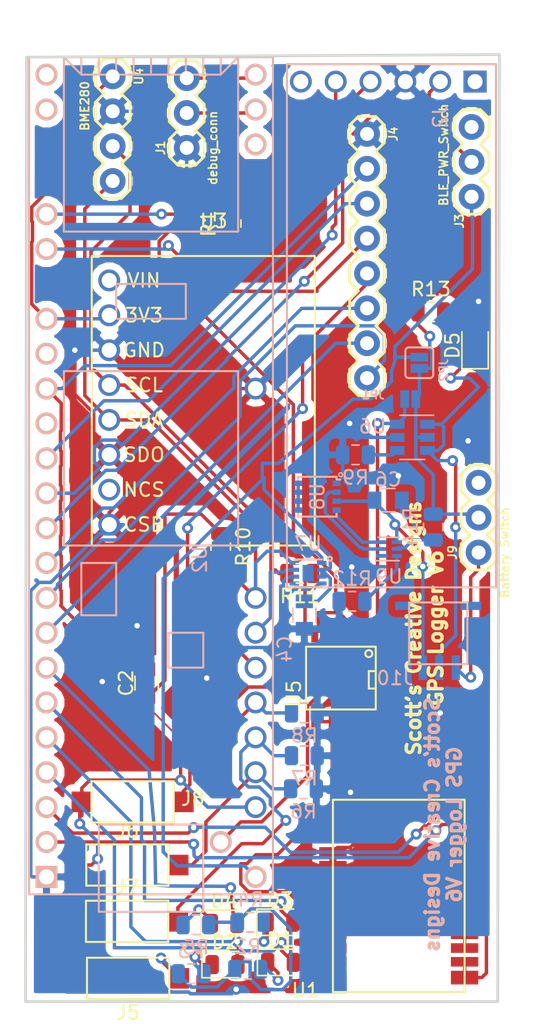
<source format=kicad_pcb>
(kicad_pcb (version 20171130) (host pcbnew "(5.0.1)-rc2")
  (layers (0 F.Cu signal) (31 B.Cu signal) (34 B.Paste user) (35 F.Paste user) (36 B.SilkS user) (37 F.SilkS user) (38 B.Mask user) (39 F.Mask user) (44 Edge.Cuts user))
  (net 0 "")
  (net 1 BattRtn)
  (net 2 +3V3)
  (net 3 "Net-(C6-Pad1)")
  (net 4 "Net-(D1-Pad1)")
  (net 5 LED1_P2)
  (net 6 "Net-(D2-Pad1)")
  (net 7 LED2_P3)
  (net 8 "Net-(D3-Pad1)")
  (net 9 LED3_P4)
  (net 10 LED4_P5)
  (net 11 "Net-(D4-Pad1)")
  (net 12 "Net-(D5-Pad2)")
  (net 13 /Debug_Tx_RX5_P34)
  (net 14 /Debug_Rx_TX5_P33)
  (net 15 /BLE_Pwr)
  (net 16 /BLE_Tx_RX2_P9)
  (net 17 /BLE_Rx_TX2_P10)
  (net 18 BattPwr)
  (net 19 /Screen_BUSY_P7)
  (net 20 /Screen_RST_P6)
  (net 21 /Screen_DC_P8)
  (net 22 /Screen_CS_P20)
  (net 23 /Screen_SCK_P27)
  (net 24 /Screen_DIN_P11)
  (net 25 "Net-(J5-Pad2)")
  (net 26 Fun_Btn_1_P23)
  (net 27 Fun_Btn_2_P22)
  (net 28 Fun_Btn_3_P21)
  (net 29 USBPwr)
  (net 30 "Net-(R1-Pad1)")
  (net 31 "Net-(R9-Pad2)")
  (net 32 SCL)
  (net 33 SDA)
  (net 34 /Sensor_PWR_P25)
  (net 35 /GPS_Rx_TX1_P1)
  (net 36 /GPS_Tx_RX1_P0)
  (net 37 GPS_Pwr)
  (net 38 "Net-(U8-Pad5)")
  (net 39 "Net-(U1-Pad16)")
  (net 40 GPS_Pwr_En_P28)
  (net 41 "Net-(J10-Pad3)")
  (net 42 "Net-(C6-Pad2)")
  (net 43 "Net-(J9-Pad2)")
  (net 44 "Net-(R12-Pad1)")
  (net 45 "Net-(U8-Pad2)")
  (net 46 "Net-(U8-Pad4)")
  (net 47 /BatteryManagement/NTC)
  (module LED_SMD:LED_0805_2012Metric (layer F.Cu) (at 147.066 89.916)
    (fp_text reference D3 (at 0 -1.65) (layer F.SilkS))
    (fp_text value LED_R)
    (pad 1 smd roundrect (at -0.9375 0) (size 0.975 1.4) (layers F.Cu F.Paste F.Mask) (net 8 "Net-(D3-Pad1)"))
    (pad 2 smd roundrect (at 0.9375 0) (size 0.975 1.4) (layers F.Cu F.Paste F.Mask) (net 9 LED3_P4))
  )
  (module Resistor_SMD:R_0805_2012Metric (layer B.Cu) (at 144.907 89.916 180)
    (fp_text reference R4 (at 0 1.65 180) (layer B.SilkS) (effects (justify mirror)))
    (fp_text value 56)
    (pad 2 smd roundrect (at 0.9375 0 180) (size 0.975 1.4) (layers B.Cu B.Paste B.Mask) (net 25 "Net-(J5-Pad2)"))
    (pad 1 smd roundrect (at -0.9375 0 180) (size 0.975 1.4) (layers B.Cu B.Paste B.Mask) (net 8 "Net-(D3-Pad1)"))
  )
  (module EbayParts:Tact_SMD_Switch (layer F.Cu) (at 139.325 79.65 180)
    (fp_text reference J8 (at -1.397 -1.27 180) (layer F.SilkS))
    (fp_text value BTN3)
    (pad 1 smd rect (at -0.7 -1.5 180) (size 1.5 1.5) (layers F.Cu F.Paste F.Mask) (net 28 Fun_Btn_3_P21))
    (pad 2 smd rect (at 6.7 -1.5 180) (size 1.5 1.5) (layers F.Cu F.Paste F.Mask) (net 2 +3V3))
  )
  (module CustomFP:Teensy35_36 (layer B.Cu) (at 137.668 57.404 90)
    (fp_text reference U2 (at -6.096 3.556 90) (layer B.SilkS) (effects (justify mirror)))
    (fp_text value Teensy3.6)
    (pad 20 thru_hole circle (at 19.05 -7.62 90) (size 1.6 1.6) (drill 1.1) (layers *.Cu *.Mask B.SilkS) (net 40 GPS_Pwr_En_P28))
    (pad 54 thru_hole circle (at -26.67 5.08 90) (size 1.6 1.6) (drill 1.1) (layers *.Cu *.Mask B.SilkS) (net 29 USBPwr))
    (pad 53 thru_hole circle (at -29.21 7.62 90) (size 1.6 1.6) (drill 1.1) (layers *.Cu *.Mask B.SilkS) (net 18 BattPwr))
    (pad 51 thru_hole circle (at -24.13 7.62 90) (size 1.6 1.6) (drill 1.1) (layers *.Cu *.Mask) (net 2 +3V3))
    (pad 50 thru_hole circle (at -21.59 7.62 90) (size 1.6 1.6) (drill 1.1) (layers *.Cu *.Mask) (net 26 Fun_Btn_1_P23))
    (pad 49 thru_hole circle (at -19.05 7.62 90) (size 1.6 1.6) (drill 1.1) (layers *.Cu *.Mask) (net 27 Fun_Btn_2_P22))
    (pad 48 thru_hole circle (at -16.51 7.62 90) (size 1.6 1.6) (drill 1.1) (layers *.Cu *.Mask) (net 28 Fun_Btn_3_P21))
    (pad 47 thru_hole circle (at -13.97 7.62 90) (size 1.6 1.6) (drill 1.1) (layers *.Cu *.Mask) (net 22 /Screen_CS_P20))
    (pad 46 thru_hole circle (at -11.43 7.62 90) (size 1.6 1.6) (drill 1.1) (layers *.Cu *.Mask) (net 32 SCL))
    (pad 45 thru_hole circle (at -8.89 7.62 90) (size 1.6 1.6) (drill 1.1) (layers *.Cu *.Mask) (net 33 SDA))
    (pad 39 thru_hole circle (at 6.35 7.62 90) (size 1.6 1.6) (drill 1.1) (layers *.Cu *.Mask) (net 1 BattRtn))
    (pad 1 thru_hole rect (at -29.21 -7.62 90) (size 1.6 1.6) (drill 1.1) (layers *.Cu *.Mask B.SilkS) (net 1 BattRtn))
    (pad 2 thru_hole circle (at -26.67 -7.62 90) (size 1.6 1.6) (drill 1.1) (layers *.Cu *.Mask B.SilkS) (net 36 /GPS_Tx_RX1_P0))
    (pad 3 thru_hole circle (at -24.13 -7.62 90) (size 1.6 1.6) (drill 1.1) (layers *.Cu *.Mask B.SilkS) (net 35 /GPS_Rx_TX1_P1))
    (pad 4 thru_hole circle (at -21.59 -7.62 90) (size 1.6 1.6) (drill 1.1) (layers *.Cu *.Mask B.SilkS) (net 5 LED1_P2))
    (pad 5 thru_hole circle (at -19.05 -7.62 90) (size 1.6 1.6) (drill 1.1) (layers *.Cu *.Mask B.SilkS) (net 7 LED2_P3))
    (pad 6 thru_hole circle (at -16.51 -7.62 90) (size 1.6 1.6) (drill 1.1) (layers *.Cu *.Mask B.SilkS) (net 9 LED3_P4))
    (pad 7 thru_hole circle (at -13.97 -7.62 90) (size 1.6 1.6) (drill 1.1) (layers *.Cu *.Mask B.SilkS) (net 10 LED4_P5))
    (pad 8 thru_hole circle (at -11.43 -7.62 90) (size 1.6 1.6) (drill 1.1) (layers *.Cu *.Mask B.SilkS) (net 20 /Screen_RST_P6))
    (pad 9 thru_hole circle (at -8.89 -7.62 90) (size 1.6 1.6) (drill 1.1) (layers *.Cu *.Mask B.SilkS) (net 19 /Screen_BUSY_P7))
    (pad 10 thru_hole circle (at -6.35 -7.62 90) (size 1.6 1.6) (drill 1.1) (layers *.Cu *.Mask B.SilkS) (net 21 /Screen_DC_P8))
    (pad 11 thru_hole circle (at -3.81 -7.62 90) (size 1.6 1.6) (drill 1.1) (layers *.Cu *.Mask B.SilkS) (net 16 /BLE_Tx_RX2_P9))
    (pad 12 thru_hole circle (at -1.27 -7.62 90) (size 1.6 1.6) (drill 1.1) (layers *.Cu *.Mask B.SilkS) (net 17 /BLE_Rx_TX2_P10))
    (pad 13 thru_hole circle (at 1.27 -7.62 90) (size 1.6 1.6) (drill 1.1) (layers *.Cu *.Mask B.SilkS) (net 24 /Screen_DIN_P11))
    (pad 32 thru_hole circle (at 24.13 7.62 90) (size 1.6 1.6) (drill 1.1) (layers *.Cu *.Mask B.SilkS))
    (pad 31 thru_hole circle (at 26.67 7.62 90) (size 1.6 1.6) (drill 1.1) (layers *.Cu *.Mask B.SilkS) (net 13 /Debug_Tx_RX5_P34))
    (pad 30 thru_hole circle (at 29.21 7.62 90) (size 1.6 1.6) (drill 1.1) (layers *.Cu *.Mask B.SilkS) (net 14 /Debug_Rx_TX5_P33))
    (pad 24 thru_hole circle (at 29.21 -7.62 90) (size 1.6 1.6) (drill 1.1) (layers *.Cu *.Mask B.SilkS))
    (pad 23 thru_hole circle (at 26.67 -7.62 90) (size 1.6 1.6) (drill 1.1) (layers *.Cu *.Mask B.SilkS))
    (pad 14 thru_hole circle (at 3.81 -7.62 90) (size 1.6 1.6) (drill 1.1) (layers *.Cu *.Mask B.SilkS))
    (pad 15 thru_hole circle (at 6.35 -7.62 90) (size 1.6 1.6) (drill 1.1) (layers *.Cu *.Mask B.SilkS) (net 2 +3V3))
    (pad 16 thru_hole circle (at 8.89 -7.62 90) (size 1.6 1.6) (drill 1.1) (layers *.Cu *.Mask B.SilkS))
    (pad 19 thru_hole circle (at 16.51 -7.62 90) (size 1.6 1.6) (drill 1.1) (layers *.Cu *.Mask B.SilkS) (net 23 /Screen_SCK_P27))
    (pad 17 thru_hole circle (at 11.43 -7.62 90) (size 1.6 1.6) (drill 1.1) (layers *.Cu *.Mask B.SilkS) (net 34 /Sensor_PWR_P25))
  )
  (module Capacitors_SMD:C_0805 (layer F.Cu) (at 137.3505 72.501 90)
    (fp_text reference C2 (at 0 -1.5 90) (layer F.SilkS))
    (fp_text value 2.2u)
    (pad 2 smd rect (at 1 0 90) (size 1 1.25) (layers F.Cu F.Paste F.Mask) (net 1 BattRtn))
    (pad 1 smd rect (at -1 0 90) (size 1 1.25) (layers F.Cu F.Paste F.Mask) (net 2 +3V3))
  )
  (module Capacitors_SMD:C_0805 (layer B.Cu) (at 148.844 67.548 270)
    (fp_text reference C4 (at 2.4765 1.432 270) (layer B.SilkS) (effects (justify mirror)))
    (fp_text value 1u)
    (pad 2 smd rect (at 1 0 270) (size 1 1.25) (layers B.Cu B.Paste B.Mask) (net 1 BattRtn))
    (pad 1 smd rect (at -1 0 270) (size 1 1.25) (layers B.Cu B.Paste B.Mask) (net 18 BattPwr))
  )
  (module Capacitors_SMD:C_0805 (layer B.Cu) (at 154.956 59.182 180)
    (fp_text reference C6 (at 0 1.5 180) (layer B.SilkS) (effects (justify mirror)))
    (fp_text value 0.1u)
    (pad 1 smd rect (at -1 0 180) (size 1 1.25) (layers B.Cu B.Paste B.Mask) (net 3 "Net-(C6-Pad1)"))
    (pad 2 smd rect (at 1 0 180) (size 1 1.25) (layers B.Cu B.Paste B.Mask) (net 42 "Net-(C6-Pad2)"))
  )
  (module Connectors2:1X03 (layer F.Cu) (at 140.2715 33.528 90)
    (fp_text reference J1 (at 0 -1.905 90) (layer F.SilkS) (effects (font (size 0.6096 0.6096) (thickness 0.127))))
    (fp_text value debug_conn (at 0 1.905 90) (layer F.SilkS) (effects (font (size 0.6096 0.6096) (thickness 0.127))))
    (pad 1 thru_hole circle (at 0 0 90) (size 1.8796 1.8796) (drill 1.016) (layers *.Cu *.Mask) (net 1 BattRtn))
    (pad 2 thru_hole circle (at 2.54 0 90) (size 1.8796 1.8796) (drill 1.016) (layers *.Cu *.Mask) (net 13 /Debug_Tx_RX5_P34))
    (pad 3 thru_hole circle (at 5.08 0 90) (size 1.8796 1.8796) (drill 1.016) (layers *.Cu *.Mask) (net 14 /Debug_Rx_TX5_P33))
  )
  (module Connectors2:1X03 (layer F.Cu) (at 161.036 37.084 90)
    (fp_text reference J3 (at -1.778 -0.889 90) (layer F.SilkS) (effects (font (size 0.6096 0.6096) (thickness 0.127))))
    (fp_text value BLE_PWR_Switch (at 3.048 -2.032 90) (layer F.SilkS) (effects (font (size 0.6096 0.6096) (thickness 0.127))))
    (pad 3 thru_hole circle (at 5.08 0 90) (size 1.8796 1.8796) (drill 1.016) (layers *.Cu *.Mask))
    (pad 2 thru_hole circle (at 2.54 0 90) (size 1.8796 1.8796) (drill 1.016) (layers *.Cu *.Mask) (net 15 /BLE_Pwr))
    (pad 1 thru_hole circle (at 0 0 90) (size 1.8796 1.8796) (drill 1.016) (layers *.Cu *.Mask) (net 18 BattPwr))
  )
  (module Connectors2:1X08 (layer F.Cu) (at 153.416 32.512 270)
    (fp_text reference J4 (at 0 -1.905 270) (layer F.SilkS) (effects (font (size 0.6096 0.6096) (thickness 0.127))))
    (fp_text value Conn_01x08_Male hide)
    (pad 8 thru_hole circle (at 17.78 0 270) (size 1.8796 1.8796) (drill 1.016) (layers *.Cu *.Mask) (net 19 /Screen_BUSY_P7))
    (pad 7 thru_hole circle (at 15.24 0 270) (size 1.8796 1.8796) (drill 1.016) (layers *.Cu *.Mask) (net 20 /Screen_RST_P6))
    (pad 6 thru_hole circle (at 12.7 0 270) (size 1.8796 1.8796) (drill 1.016) (layers *.Cu *.Mask) (net 21 /Screen_DC_P8))
    (pad 5 thru_hole circle (at 10.16 0 270) (size 1.8796 1.8796) (drill 1.016) (layers *.Cu *.Mask) (net 22 /Screen_CS_P20))
    (pad 4 thru_hole circle (at 7.62 0 270) (size 1.8796 1.8796) (drill 1.016) (layers *.Cu *.Mask) (net 23 /Screen_SCK_P27))
    (pad 3 thru_hole circle (at 5.08 0 270) (size 1.8796 1.8796) (drill 1.016) (layers *.Cu *.Mask) (net 24 /Screen_DIN_P11))
    (pad 2 thru_hole circle (at 2.54 0 270) (size 1.8796 1.8796) (drill 1.016) (layers *.Cu *.Mask) (net 2 +3V3))
    (pad 1 thru_hole circle (at 0 0 270) (size 1.8796 1.8796) (drill 1.016) (layers *.Cu *.Mask) (net 1 BattRtn))
  )
  (module Connectors2:1X03 (layer F.Cu) (at 161.544 62.992 90)
    (fp_text reference J9 (at 0 -1.905 90) (layer F.SilkS) (effects (font (size 0.6096 0.6096) (thickness 0.127))))
    (fp_text value "Battery Switch" (at 0 1.905 90) (layer F.SilkS) (effects (font (size 0.6096 0.6096) (thickness 0.127))))
    (pad 1 thru_hole circle (at 0 0 90) (size 1.8796 1.8796) (drill 1.016) (layers *.Cu *.Mask) (net 41 "Net-(J10-Pad3)"))
    (pad 2 thru_hole circle (at 2.54 0 90) (size 1.8796 1.8796) (drill 1.016) (layers *.Cu *.Mask) (net 43 "Net-(J9-Pad2)"))
    (pad 3 thru_hole circle (at 5.08 0 90) (size 1.8796 1.8796) (drill 1.016) (layers *.Cu *.Mask))
  )
  (module Jumpers:SMT-JUMPER_2_NO_NO-SILK (layer B.Cu) (at 156.5656 51.816)
    (fp_text reference JP1 (at -2.7064 -0.3) (layer B.SilkS) (effects (font (size 0.6096 0.6096) (thickness 0.127)) (justify mirror)))
    (fp_text value Jumper_NO_Small hide)
    (pad 1 smd rect (at -0.4064 0) (size 0.635 1.27) (layers B.Cu B.Mask) (net 29 USBPwr))
    (pad 2 smd rect (at 0.4064 0) (size 0.635 1.27) (layers B.Cu B.Mask) (net 43 "Net-(J9-Pad2)"))
  )
  (module Jumpers:SMT-JUMPER_2_NC_PASTE_SILK (layer B.Cu) (at 157.226 49.1744 270)
    (fp_text reference JP2 (at 0.5461 -1.778 270) (layer B.SilkS) (effects (font (size 0.6096 0.6096) (thickness 0.127)) (justify mirror)))
    (fp_text value Jumper_NC_Small hide)
    (pad 1 smd rect (at -0.4064 0 270) (size 0.635 1.27) (layers B.Cu B.Mask) (net 18 BattPwr))
    (pad 2 smd rect (at 0.4064 0 270) (size 0.635 1.27) (layers B.Cu B.Mask) (net 43 "Net-(J9-Pad2)"))
  )
  (module Connectors2:1X04 (layer F.Cu) (at 134.874 28.321 270)
    (fp_text reference U4 (at 0 -1.905 270) (layer F.SilkS) (effects (font (size 0.6096 0.6096) (thickness 0.127))))
    (fp_text value BME280 (at 2.159 2.032 270) (layer F.SilkS) (effects (font (size 0.6096 0.6096) (thickness 0.127))))
    (pad 1 thru_hole circle (at 0 0 270) (size 1.8796 1.8796) (drill 1.016) (layers *.Cu *.Mask) (net 34 /Sensor_PWR_P25))
    (pad 2 thru_hole circle (at 2.54 0 270) (size 1.8796 1.8796) (drill 1.016) (layers *.Cu *.Mask) (net 1 BattRtn))
    (pad 3 thru_hole circle (at 5.08 0 270) (size 1.8796 1.8796) (drill 1.016) (layers *.Cu *.Mask) (net 32 SCL))
    (pad 4 thru_hole circle (at 7.62 0 270) (size 1.8796 1.8796) (drill 1.016) (layers *.Cu *.Mask) (net 33 SDA))
  )
  (module EbayParts:GY-91 (layer F.Cu) (at 133.35 62.484)
    (fp_text reference U3 (at 8.89 -23.63) (layer F.SilkS))
    (fp_text value GY-91)
    (fp_text user CSB (at 3.81 -1.524) (layer F.SilkS))
    (fp_text user NCS (at 3.81 -4.064) (layer F.SilkS))
    (fp_text user SDO (at 3.81 -6.604) (layer F.SilkS))
    (fp_text user SDA (at 3.81 -9.144) (layer F.SilkS))
    (fp_text user SCL (at 3.81 -11.684) (layer F.SilkS))
    (fp_text user GND (at 3.81 -14.224) (layer F.SilkS))
    (fp_text user 3V3 (at 3.81 -16.764) (layer F.SilkS))
    (fp_text user VIN (at 3.81 -19.304) (layer F.SilkS))
    (pad 1 thru_hole circle (at 1.27 -19.304) (size 1.6 1.6) (drill 1.1) (layers *.Cu *.Mask))
    (pad 2 thru_hole circle (at 1.27 -16.764) (size 1.6 1.6) (drill 1.1) (layers *.Cu *.Mask) (net 34 /Sensor_PWR_P25))
    (pad 3 thru_hole circle (at 1.27 -14.224) (size 1.6 1.6) (drill 1.1) (layers *.Cu *.Mask) (net 1 BattRtn))
    (pad 4 thru_hole circle (at 1.27 -11.684) (size 1.6 1.6) (drill 1.1) (layers *.Cu *.Mask) (net 32 SCL))
    (pad 5 thru_hole circle (at 1.27 -9.144) (size 1.6 1.6) (drill 1.1) (layers *.Cu *.Mask) (net 33 SDA))
    (pad 6 thru_hole circle (at 1.27 -6.604) (size 1.6 1.6) (drill 1.1) (layers *.Cu *.Mask) (net 1 BattRtn))
    (pad 7 thru_hole circle (at 1.27 -4.064) (size 1.6 1.6) (drill 1.1) (layers *.Cu *.Mask))
    (pad 8 thru_hole circle (at 1.27 -1.524) (size 1.6 1.6) (drill 1.1) (layers *.Cu *.Mask) (net 1 BattRtn))
  )
  (module EbayParts:SOIC-8-N (layer F.Cu) (at 151.511 72.136 180)
    (fp_text reference U5 (at 3.429 -1.143 270) (layer F.SilkS))
    (fp_text value APM4953)
    (pad 1 smd rect (at -1.905 3.175 180) (size 0.508 1.143) (layers F.Cu F.Paste F.Mask) (net 2 +3V3))
    (pad 2 smd rect (at -0.635 3.175 180) (size 0.508 1.143) (layers F.Cu F.Paste F.Mask) (net 30 "Net-(R1-Pad1)"))
    (pad 3 smd rect (at 0.635 3.175 180) (size 0.508 1.143) (layers F.Cu F.Paste F.Mask) (net 2 +3V3))
    (pad 4 smd rect (at 1.905 3.175 180) (size 0.508 1.143) (layers F.Cu F.Paste F.Mask) (net 30 "Net-(R1-Pad1)"))
    (pad 5 smd rect (at 1.905 -3.175 180) (size 0.508 1.143) (layers F.Cu F.Paste F.Mask) (net 37 GPS_Pwr))
    (pad 6 smd rect (at 0.635 -3.175 180) (size 0.508 1.143) (layers F.Cu F.Paste F.Mask) (net 37 GPS_Pwr))
    (pad 7 smd rect (at -0.635 -3.175 180) (size 0.508 1.143) (layers F.Cu F.Paste F.Mask) (net 37 GPS_Pwr))
    (pad 8 smd rect (at -1.905 -3.175 180) (size 0.508 1.143) (layers F.Cu F.Paste F.Mask) (net 37 GPS_Pwr))
  )
  (module CustomFP:CAM-M8Q (layer F.Cu) (at 160.528 94.996 180)
    (fp_text reference U1 (at 11.6 0.127 180) (layer F.SilkS))
    (fp_text value CAM_M8Q hide)
    (pad 28 smd rect (at 3.8 14 180) (size 0.7 2) (layers F.Cu F.Paste F.Mask))
    (pad 29 smd rect (at 4.8 14 180) (size 0.7 2) (layers F.Cu F.Paste F.Mask))
    (pad 30 smd rect (at 5.8 14 180) (size 0.7 2) (layers F.Cu F.Paste F.Mask))
    (pad 31 smd rect (at 6.8 14 180) (size 0.7 2) (layers F.Cu F.Paste F.Mask) (net 1 BattRtn))
    (pad 27 smd rect (at 2.8 14 180) (size 0.7 2) (layers F.Cu F.Paste F.Mask) (net 1 BattRtn))
    (pad 1 smd rect (at 9.6 13.2 180) (size 2 0.7) (layers F.Cu F.Paste F.Mask) (net 37 GPS_Pwr))
    (pad 2 smd rect (at 9.6 12.2 180) (size 2 0.7) (layers F.Cu F.Paste F.Mask))
    (pad 3 smd rect (at 9.6 11.2 180) (size 2 0.7) (layers F.Cu F.Paste F.Mask))
    (pad 4 smd rect (at 9.6 10.2 180) (size 2 0.7) (layers F.Cu F.Paste F.Mask) (net 1 BattRtn))
    (pad 5 smd rect (at 9.6 9.2 180) (size 2 0.7) (layers F.Cu F.Paste F.Mask) (net 1 BattRtn))
    (pad 6 smd rect (at 9.6 8.2 180) (size 2 0.7) (layers F.Cu F.Paste F.Mask))
    (pad 7 smd rect (at 9.6 7.2 180) (size 2 0.7) (layers F.Cu F.Paste F.Mask))
    (pad 8 smd rect (at 9.6 6.2 180) (size 2 0.7) (layers F.Cu F.Paste F.Mask))
    (pad 9 smd rect (at 9.6 5.2 180) (size 2 0.7) (layers F.Cu F.Paste F.Mask) (net 37 GPS_Pwr))
    (pad 10 smd rect (at 9.6 4.2 180) (size 2 0.7) (layers F.Cu F.Paste F.Mask) (net 1 BattRtn))
    (pad 15 smd rect (at 0 2.2 180) (size 2 0.7) (layers F.Cu F.Paste F.Mask) (net 1 BattRtn))
    (pad 16 smd rect (at 0 3.2 180) (size 2 0.7) (layers F.Cu F.Paste F.Mask) (net 39 "Net-(U1-Pad16)"))
    (pad 17 smd rect (at 0 4.2 180) (size 2 0.7) (layers F.Cu F.Paste F.Mask) (net 39 "Net-(U1-Pad16)"))
    (pad 18 smd rect (at 0 5.2 180) (size 2 0.7) (layers F.Cu F.Paste F.Mask) (net 1 BattRtn))
    (pad 19 smd rect (at 0 6.2 180) (size 2 0.7) (layers F.Cu F.Paste F.Mask) (net 1 BattRtn))
    (pad 20 smd rect (at 0 7.2 180) (size 2 0.7) (layers F.Cu F.Paste F.Mask))
    (pad 21 smd rect (at 0 8.2 180) (size 2 0.7) (layers F.Cu F.Paste F.Mask) (net 1 BattRtn))
    (pad 22 smd rect (at 0 9.2 180) (size 2 0.7) (layers F.Cu F.Paste F.Mask) (net 1 BattRtn))
    (pad 23 smd rect (at 0 10.2 180) (size 2 0.7) (layers F.Cu F.Paste F.Mask))
    (pad 24 smd rect (at 0 11.2 180) (size 2 0.7) (layers F.Cu F.Paste F.Mask))
    (pad 25 smd rect (at 0 12.2 180) (size 2 0.7) (layers F.Cu F.Paste F.Mask) (net 36 /GPS_Tx_RX1_P0))
    (pad 26 smd rect (at 0 13.2 180) (size 2 0.7) (layers F.Cu F.Paste F.Mask) (net 35 /GPS_Rx_TX1_P1))
    (pad 11 smd rect (at 9.6 3.2 180) (size 2 0.7) (layers F.Cu F.Paste F.Mask) (net 1 BattRtn))
    (pad 12 smd rect (at 9.6 2.2 180) (size 2 0.7) (layers F.Cu F.Paste F.Mask) (net 1 BattRtn))
    (pad 14 smd rect (at 0 1.05 180) (size 2 1) (layers F.Cu F.Paste F.Mask) (net 1 BattRtn))
    (pad 13 smd rect (at 9.6 1.05 180) (size 2 1) (layers F.Cu F.Paste F.Mask) (net 1 BattRtn))
  )
  (module EbayParts:HM-10_breakout (layer B.Cu) (at 161.29 28.702 90)
    (fp_text reference J2 (at -2.54 -2.54 90) (layer B.SilkS) (effects (justify mirror)))
    (fp_text value BLE_Module)
    (pad 6 thru_hole circle (at 0 -12.7 90) (size 1.6 1.6) (drill 1.1) (layers *.Cu *.Mask))
    (pad 5 thru_hole circle (at 0 -10.16 90) (size 1.6 1.6) (drill 1.1) (layers *.Cu *.Mask) (net 17 /BLE_Rx_TX2_P10))
    (pad 4 thru_hole circle (at 0 -7.62 90) (size 1.6 1.6) (drill 1.1) (layers *.Cu *.Mask) (net 16 /BLE_Tx_RX2_P9))
    (pad 1 thru_hole rect (at 0 0 90) (size 1.6 1.7) (drill 1.1) (layers *.Cu *.Mask))
    (pad 2 thru_hole circle (at 0 -2.54 90) (size 1.6 1.6) (drill 1.1) (layers *.Cu *.Mask) (net 15 /BLE_Pwr))
    (pad 3 thru_hole circle (at 0 -5.08 90) (size 1.6 1.6) (drill 1.1) (layers *.Cu *.Mask) (net 1 BattRtn))
  )
  (module CustomFP:molex_78172-0003 (layer B.Cu) (at 157.48 71.628)
    (fp_text reference J10 (at -2.032 0.508) (layer B.SilkS) (effects (justify mirror)))
    (fp_text value Batt_Connector)
    (pad 1 smd rect (at 0 -0.25) (size 0.6 1.8) (layers B.Cu B.Paste B.Mask) (net 42 "Net-(C6-Pad2)"))
    (pad ~ smd rect (at -1.25 -4.75 270) (size 0.6 1.524) (layers B.Cu B.Paste B.Mask))
    (pad ~ smd rect (at 3.5 -4.75 270) (size 0.6 1.524) (layers B.Cu B.Paste B.Mask))
    (pad 2 smd rect (at 1.2 -0.25) (size 0.6 1.8) (layers B.Cu B.Paste B.Mask) (net 47 /BatteryManagement/NTC))
    (pad 3 smd rect (at 2.4 -0.25) (size 0.6 1.8) (layers B.Cu B.Paste B.Mask) (net 41 "Net-(J10-Pad3)"))
  )
  (module Package_TO_SOT_SMD:SOT-23-6 (layer B.Cu) (at 156.718 54.61 180)
    (fp_text reference U6 (at 2.9 0.8 180) (layer B.SilkS) (effects (justify mirror)))
    (fp_text value BQ21040)
    (pad 1 smd rect (at -1.1 0.95 180) (size 1.06 0.65) (layers B.Cu B.Paste B.Mask) (net 47 /BatteryManagement/NTC))
    (pad 2 smd rect (at -1.1 0 180) (size 1.06 0.65) (layers B.Cu B.Paste B.Mask) (net 43 "Net-(J9-Pad2)"))
    (pad 3 smd rect (at -1.1 -0.95 180) (size 1.06 0.65) (layers B.Cu B.Paste B.Mask) (net 47 /BatteryManagement/NTC))
    (pad 4 smd rect (at 1.1 -0.95 180) (size 1.06 0.65) (layers B.Cu B.Paste B.Mask) (net 31 "Net-(R9-Pad2)"))
    (pad 6 smd rect (at 1.1 0.95 180) (size 1.06 0.65) (layers B.Cu B.Paste B.Mask) (net 29 USBPwr))
    (pad 5 smd rect (at 1.1 0 180) (size 1.06 0.65) (layers B.Cu B.Paste B.Mask) (net 1 BattRtn))
  )
  (module CustomFP:sot-28 (layer B.Cu) (at 149.7965 58.928 270)
    (fp_text reference U8 (at 0 0 270) (layer B.SilkS) (effects (justify mirror)))
    (fp_text value ECH8693R)
    (pad 1 smd rect (at -0.975 -1.4 270) (size 0.4 0.6) (layers B.Cu B.Paste B.Mask) (net 1 BattRtn))
    (pad 2 smd rect (at -0.325 -1.4 270) (size 0.4 0.6) (layers B.Cu B.Paste B.Mask) (net 45 "Net-(U8-Pad2)"))
    (pad 3 smd rect (at 0.325 -1.4 270) (size 0.4 0.6) (layers B.Cu B.Paste B.Mask) (net 42 "Net-(C6-Pad2)"))
    (pad 4 smd rect (at 0.975 -1.4 270) (size 0.4 0.6) (layers B.Cu B.Paste B.Mask) (net 46 "Net-(U8-Pad4)"))
    (pad 5 smd rect (at 0.975 1.4 270) (size 0.4 0.6) (layers B.Cu B.Paste B.Mask) (net 38 "Net-(U8-Pad5)"))
    (pad 6 smd rect (at 0.325 1.4 270) (size 0.4 0.6) (layers B.Cu B.Paste B.Mask) (net 38 "Net-(U8-Pad5)"))
    (pad 7 smd rect (at -0.325 1.4 270) (size 0.4 0.6) (layers B.Cu B.Paste B.Mask) (net 38 "Net-(U8-Pad5)"))
    (pad 8 smd rect (at -0.975 1.4 270) (size 0.4 0.6) (layers B.Cu B.Paste B.Mask) (net 38 "Net-(U8-Pad5)"))
  )
  (module Package_SON:WSON-6_1.5x1.5mm_P0.5mm (layer B.Cu) (at 155.007 62.738)
    (fp_text reference U9 (at 0 2) (layer B.SilkS) (effects (justify mirror)))
    (fp_text value BQ297xy)
    (pad 1 smd rect (at -0.525 0.5 90) (size 0.28 0.85) (layers B.Cu B.Paste B.Mask))
    (pad 2 smd rect (at -0.575 0 90) (size 0.28 0.75) (layers B.Cu B.Paste B.Mask) (net 45 "Net-(U8-Pad2)"))
    (pad 3 smd rect (at -0.575 -0.5 90) (size 0.28 0.75) (layers B.Cu B.Paste B.Mask) (net 46 "Net-(U8-Pad4)"))
    (pad 4 smd rect (at 0.575 -0.5 90) (size 0.28 0.75) (layers B.Cu B.Paste B.Mask) (net 42 "Net-(C6-Pad2)"))
    (pad 5 smd rect (at 0.575 0 90) (size 0.28 0.75) (layers B.Cu B.Paste B.Mask) (net 3 "Net-(C6-Pad1)"))
    (pad 6 smd rect (at 0.575 0.5 90) (size 0.28 0.75) (layers B.Cu B.Paste B.Mask) (net 44 "Net-(R12-Pad1)"))
  )
  (module Resistor_SMD:R_0805_2012Metric (layer B.Cu) (at 158.242 61.1355 270)
    (fp_text reference R14 (at 0 1.65 270) (layer B.SilkS) (effects (justify mirror)))
    (fp_text value 330)
    (pad 1 smd roundrect (at -0.9375 0 270) (size 0.975 1.4) (layers B.Cu B.Paste B.Mask) (net 43 "Net-(J9-Pad2)"))
    (pad 2 smd roundrect (at 0.9375 0 270) (size 0.975 1.4) (layers B.Cu B.Paste B.Mask) (net 3 "Net-(C6-Pad1)"))
  )
  (module LED_SMD:LED_0805_2012Metric (layer F.Cu) (at 147.109 92.837)
    (fp_text reference D1 (at 0 -1.65) (layer F.SilkS))
    (fp_text value LED_B)
    (pad 1 smd roundrect (at -0.9375 0) (size 0.975 1.4) (layers F.Cu F.Paste F.Mask) (net 4 "Net-(D1-Pad1)"))
    (pad 2 smd roundrect (at 0.9375 0) (size 0.975 1.4) (layers F.Cu F.Paste F.Mask) (net 5 LED1_P2))
  )
  (module LED_SMD:LED_0805_2012Metric (layer F.Cu) (at 143.0625 93)
    (fp_text reference D2 (at 0 -1.65) (layer F.SilkS))
    (fp_text value LED_G)
    (pad 2 smd roundrect (at 0.9375 0) (size 0.975 1.4) (layers F.Cu F.Paste F.Mask) (net 7 LED2_P3))
    (pad 1 smd roundrect (at -0.9375 0) (size 0.975 1.4) (layers F.Cu F.Paste F.Mask) (net 6 "Net-(D2-Pad1)"))
  )
  (module LED_SMD:LED_0805_2012Metric (layer F.Cu) (at 143 90)
    (fp_text reference D4 (at 0 -1.65) (layer F.SilkS))
    (fp_text value LED_O)
    (pad 1 smd roundrect (at -0.9375 0) (size 0.975 1.4) (layers F.Cu F.Paste F.Mask) (net 11 "Net-(D4-Pad1)"))
    (pad 2 smd roundrect (at 0.9375 0) (size 0.975 1.4) (layers F.Cu F.Paste F.Mask) (net 10 LED4_P5))
  )
  (module LED_SMD:LED_0805_2012Metric (layer F.Cu) (at 161.29 47.9275 90)
    (fp_text reference D5 (at 0 -1.65 90) (layer F.SilkS))
    (fp_text value LED)
    (pad 2 smd roundrect (at 0.9375 0 90) (size 0.975 1.4) (layers F.Cu F.Paste F.Mask) (net 12 "Net-(D5-Pad2)"))
    (pad 1 smd roundrect (at -0.9375 0 90) (size 0.975 1.4) (layers F.Cu F.Paste F.Mask) (net 47 /BatteryManagement/NTC))
  )
  (module Resistor_SMD:R_0805_2012Metric (layer F.Cu) (at 143.51 39.0375 90)
    (fp_text reference R1 (at 0 -1.65 90) (layer F.SilkS))
    (fp_text value 10k)
    (pad 1 smd roundrect (at -0.9375 0 90) (size 0.975 1.4) (layers F.Cu F.Paste F.Mask) (net 30 "Net-(R1-Pad1)"))
    (pad 2 smd roundrect (at 0.9375 0 90) (size 0.975 1.4) (layers F.Cu F.Paste F.Mask) (net 40 GPS_Pwr_En_P28))
  )
  (module Resistor_SMD:R_0805_2012Metric (layer B.Cu) (at 144.7165 93.345 180)
    (fp_text reference R2 (at 0 1.65 180) (layer B.SilkS) (effects (justify mirror)))
    (fp_text value 5.6)
    (pad 2 smd roundrect (at 0.9375 0 180) (size 0.975 1.4) (layers B.Cu B.Paste B.Mask) (net 25 "Net-(J5-Pad2)"))
    (pad 1 smd roundrect (at -0.9375 0 180) (size 0.975 1.4) (layers B.Cu B.Paste B.Mask) (net 4 "Net-(D1-Pad1)"))
  )
  (module Resistor_SMD:R_0805_2012Metric (layer B.Cu) (at 140.5865 93.6625 180)
    (fp_text reference R3 (at 0 1.65 180) (layer B.SilkS) (effects (justify mirror)))
    (fp_text value 10)
    (pad 1 smd roundrect (at -0.9375 0 180) (size 0.975 1.4) (layers B.Cu B.Paste B.Mask) (net 6 "Net-(D2-Pad1)"))
    (pad 2 smd roundrect (at 0.9375 0 180) (size 0.975 1.4) (layers B.Cu B.Paste B.Mask) (net 25 "Net-(J5-Pad2)"))
  )
  (module Resistor_SMD:R_0805_2012Metric (layer B.Cu) (at 140.9375 90.1)
    (fp_text reference R5 (at 0 1.65) (layer B.SilkS) (effects (justify mirror)))
    (fp_text value 56)
    (pad 1 smd roundrect (at -0.9375 0) (size 0.975 1.4) (layers B.Cu B.Paste B.Mask) (net 11 "Net-(D4-Pad1)"))
    (pad 2 smd roundrect (at 0.9375 0) (size 0.975 1.4) (layers B.Cu B.Paste B.Mask) (net 25 "Net-(J5-Pad2)"))
  )
  (module Resistor_SMD:R_0805_2012Metric (layer B.Cu) (at 148.783 80.2005)
    (fp_text reference R6 (at 0 1.65) (layer B.SilkS) (effects (justify mirror)))
    (fp_text value 10k)
    (pad 1 smd roundrect (at -0.9375 0) (size 0.975 1.4) (layers B.Cu B.Paste B.Mask) (net 26 Fun_Btn_1_P23))
    (pad 2 smd roundrect (at 0.9375 0) (size 0.975 1.4) (layers B.Cu B.Paste B.Mask) (net 1 BattRtn))
  )
  (module Resistor_SMD:R_0805_2012Metric (layer B.Cu) (at 148.844 77.7875)
    (fp_text reference R7 (at 0 1.65) (layer B.SilkS) (effects (justify mirror)))
    (fp_text value 10k)
    (pad 2 smd roundrect (at 0.9375 0) (size 0.975 1.4) (layers B.Cu B.Paste B.Mask) (net 1 BattRtn))
    (pad 1 smd roundrect (at -0.9375 0) (size 0.975 1.4) (layers B.Cu B.Paste B.Mask) (net 27 Fun_Btn_2_P22))
  )
  (module Resistor_SMD:R_0805_2012Metric (layer B.Cu) (at 148.8465 74.676)
    (fp_text reference R8 (at 0 1.65) (layer B.SilkS) (effects (justify mirror)))
    (fp_text value 10k)
    (pad 2 smd roundrect (at 0.9375 0) (size 0.975 1.4) (layers B.Cu B.Paste B.Mask) (net 1 BattRtn))
    (pad 1 smd roundrect (at -0.9375 0) (size 0.975 1.4) (layers B.Cu B.Paste B.Mask) (net 28 Fun_Btn_3_P21))
  )
  (module Resistor_SMD:R_0805_2012Metric (layer B.Cu) (at 152.5755 55.88)
    (fp_text reference R9 (at 0 1.65) (layer B.SilkS) (effects (justify mirror)))
    (fp_text value 1k)
    (pad 1 smd roundrect (at -0.9375 0) (size 0.975 1.4) (layers B.Cu B.Paste B.Mask) (net 1 BattRtn))
    (pad 2 smd roundrect (at 0.9375 0) (size 0.975 1.4) (layers B.Cu B.Paste B.Mask) (net 31 "Net-(R9-Pad2)"))
  )
  (module Resistor_SMD:R_0805_2012Metric (layer F.Cu) (at 142.748 62.5625 270)
    (fp_text reference R10 (at 0 -1.65 270) (layer F.SilkS))
    (fp_text value R)
    (pad 1 smd roundrect (at -0.9375 0 270) (size 0.975 1.4) (layers F.Cu F.Paste F.Mask) (net 2 +3V3))
    (pad 2 smd roundrect (at 0.9375 0 270) (size 0.975 1.4) (layers F.Cu F.Paste F.Mask) (net 33 SDA))
  )
  (module Resistor_SMD:R_0805_2012Metric (layer F.Cu) (at 148.5115 64.516 180)
    (fp_text reference R11 (at 0 -1.65 180) (layer F.SilkS))
    (fp_text value R)
    (pad 2 smd roundrect (at 0.9375 0 180) (size 0.975 1.4) (layers F.Cu F.Paste F.Mask) (net 32 SCL))
    (pad 1 smd roundrect (at -0.9375 0 180) (size 0.975 1.4) (layers F.Cu F.Paste F.Mask) (net 2 +3V3))
  )
  (module Resistor_SMD:R_0805_2012Metric (layer B.Cu) (at 152.3215 66.548 180)
    (fp_text reference R12 (at 0 1.65 180) (layer B.SilkS) (effects (justify mirror)))
    (fp_text value 2.2k)
    (pad 1 smd roundrect (at -0.9375 0 180) (size 0.975 1.4) (layers B.Cu B.Paste B.Mask) (net 44 "Net-(R12-Pad1)"))
    (pad 2 smd roundrect (at 0.9375 0 180) (size 0.975 1.4) (layers B.Cu B.Paste B.Mask) (net 1 BattRtn))
  )
  (module Resistor_SMD:R_0805_2012Metric (layer F.Cu) (at 158.0665 45.466)
    (fp_text reference R13 (at 0 -1.65) (layer F.SilkS))
    (fp_text value 330)
    (pad 2 smd roundrect (at 0.9375 0) (size 0.975 1.4) (layers F.Cu F.Paste F.Mask) (net 12 "Net-(D5-Pad2)"))
    (pad 1 smd roundrect (at -0.9375 0) (size 0.975 1.4) (layers F.Cu F.Paste F.Mask) (net 43 "Net-(J9-Pad2)"))
  )
  (module CustomFP:TQFN-8_2x2x0.75 (layer B.Cu) (at 150.114 63.5 180)
    (fp_text reference U7 (at 1 1.15) (layer B.SilkS) (effects (justify mirror)))
    (fp_text value MAX17048)
    (pad 4 smd rect (at 0 -1.75 90) (size 0.3 0.7) (layers B.Cu B.Paste B.Mask) (net 1 BattRtn))
    (pad 3 smd rect (at 0 -1.25 90) (size 0.3 0.7) (layers B.Cu B.Paste B.Mask) (net 18 BattPwr))
    (pad 2 smd rect (at 0 -0.75 90) (size 0.3 0.7) (layers B.Cu B.Paste B.Mask) (net 18 BattPwr))
    (pad 1 smd rect (at 0 -0.25 90) (size 0.3 0.7) (layers B.Cu B.Paste B.Mask) (net 1 BattRtn))
    (pad 8 smd rect (at 2 -0.25 90) (size 0.3 0.7) (layers B.Cu B.Paste B.Mask) (net 33 SDA))
    (pad 7 smd rect (at 2 -0.75 90) (size 0.3 0.7) (layers B.Cu B.Paste B.Mask) (net 32 SCL))
    (pad 6 smd rect (at 2 -1.25 90) (size 0.3 0.7) (layers B.Cu B.Paste B.Mask) (net 1 BattRtn))
    (pad 5 smd rect (at 2 -1.75 90) (size 0.3 0.7) (layers B.Cu B.Paste B.Mask))
    (pad 9 smd rect (at 1 -1 90) (size 1.2 0.8) (layers B.Cu B.Paste B.Mask))
  )
  (module EbayParts:Tact_SMD_Switch (layer F.Cu) (at 133 95.5)
    (fp_text reference J5 (at 3 1) (layer F.SilkS))
    (fp_text value LED_BUTTON)
    (pad 2 smd rect (at 6.7 -1.5) (size 1.5 1.5) (layers F.Cu F.Paste F.Mask) (net 25 "Net-(J5-Pad2)"))
    (pad 1 smd rect (at -0.7 -1.5) (size 1.5 1.5) (layers F.Cu F.Paste F.Mask) (net 2 +3V3))
  )
  (module EbayParts:Tact_SMD_Switch (layer F.Cu) (at 138.95 84.25 180)
    (fp_text reference J6 (at 3 1 180) (layer F.SilkS))
    (fp_text value BTN1)
    (pad 1 smd rect (at -0.7 -1.5 180) (size 1.5 1.5) (layers F.Cu F.Paste F.Mask) (net 26 Fun_Btn_1_P23))
    (pad 2 smd rect (at 6.7 -1.5 180) (size 1.5 1.5) (layers F.Cu F.Paste F.Mask) (net 2 +3V3))
  )
  (module EbayParts:Tact_SMD_Switch (layer F.Cu) (at 138.925 88.35 180)
    (fp_text reference J7 (at 3 1 180) (layer F.SilkS))
    (fp_text value BTN2)
    (pad 2 smd rect (at 6.7 -1.5 180) (size 1.5 1.5) (layers F.Cu F.Paste F.Mask) (net 2 +3V3))
    (pad 1 smd rect (at -0.7 -1.5 180) (size 1.5 1.5) (layers F.Cu F.Paste F.Mask) (net 27 Fun_Btn_2_P22))
  )
  (gr_text "Scott's Creative Designs\nGPS Logger V6" (at 157.625 68.5 90) (layer F.SilkS) (effects (font (size 1 1) (thickness 0.25))))
  (gr_text "Scott's Creative Designs\nGPS Logger V6" (at 158.975 82.8 90) (layer B.SilkS) (effects (font (size 1 1) (thickness 0.25)) (justify mirror)))
  (gr_line (start 163.068 26.7335) (end 128.5875 26.924) (layer Edge.Cuts) (width 0.2))
  (gr_line (start 162.941 95.6945) (end 163.068 26.7335) (layer Edge.Cuts) (width 0.2))
  (gr_line (start 128.524 95.6945) (end 162.941 95.6945) (layer Edge.Cuts) (width 0.2))
  (gr_line (start 128.5875 26.924) (end 128.524 95.6945) (layer Edge.Cuts) (width 0.2))
  (via (at 160.782 54.864) (size 0.8) (drill 0.4) (layers F.Cu B.Cu) (net 1))
  (segment (start 150.928 91.796) (end 150.928 93.946) (width 0.25) (layer F.Cu) (net 1))
  (segment (start 150.928 90.796) (end 150.928 91.796) (width 0.25) (layer F.Cu) (net 1))
  (segment (start 150.928 85.796) (end 150.928 84.796) (width 0.25) (layer F.Cu) (net 1))
  (segment (start 151.252999 84.471001) (end 150.928 84.796) (width 0.25) (layer F.Cu) (net 1))
  (segment (start 152.188001 84.471001) (end 151.252999 84.471001) (width 0.25) (layer F.Cu) (net 1))
  (segment (start 153.728 82.931002) (end 152.188001 84.471001) (width 0.25) (layer F.Cu) (net 1))
  (segment (start 153.728 80.996) (end 153.728 82.931002) (width 0.25) (layer F.Cu) (net 1))
  (segment (start 154.199003 82.459999) (end 153.728 82.931002) (width 0.25) (layer F.Cu) (net 1))
  (segment (start 157.199003 82.459999) (end 154.199003 82.459999) (width 0.25) (layer F.Cu) (net 1))
  (segment (start 157.728 81.931002) (end 157.199003 82.459999) (width 0.25) (layer F.Cu) (net 1))
  (segment (start 157.728 80.996) (end 157.728 81.931002) (width 0.25) (layer F.Cu) (net 1))
  (segment (start 160.528 86.796) (end 160.528 85.796) (width 0.25) (layer F.Cu) (net 1))
  (segment (start 160.528 93.946) (end 160.528 92.796) (width 0.25) (layer F.Cu) (net 1))
  (segment (start 160.528 89.796) (end 160.528 88.796) (width 0.25) (layer F.Cu) (net 1))
  (segment (start 149.7965 77.785) (end 149.794 77.7875) (width 0.25) (layer B.Cu) (net 1))
  (segment (start 149.7965 74.676) (end 149.7965 77.785) (width 0.25) (layer B.Cu) (net 1))
  (segment (start 149.794 80.1395) (end 149.733 80.2005) (width 0.25) (layer B.Cu) (net 1))
  (segment (start 149.794 77.7875) (end 149.794 80.1395) (width 0.25) (layer B.Cu) (net 1))
  (segment (start 150.333 80.2005) (end 150.587 80.4545) (width 0.25) (layer B.Cu) (net 1))
  (segment (start 149.733 80.2005) (end 150.333 80.2005) (width 0.25) (layer B.Cu) (net 1))
  (via (at 152.2095 80.4545) (size 0.8) (drill 0.4) (layers F.Cu B.Cu) (net 1))
  (segment (start 150.587 80.4545) (end 152.2095 80.4545) (width 0.25) (layer B.Cu) (net 1))
  (segment (start 153.1865 80.4545) (end 153.728 80.996) (width 0.25) (layer F.Cu) (net 1))
  (segment (start 152.2095 80.4545) (end 153.1865 80.4545) (width 0.25) (layer F.Cu) (net 1))
  (segment (start 135.745001 57.005001) (end 134.62 55.88) (width 0.25) (layer F.Cu) (net 1))
  (segment (start 135.745001 58.960001) (end 135.745001 57.005001) (width 0.25) (layer F.Cu) (net 1))
  (segment (start 134.62 60.085002) (end 135.745001 58.960001) (width 0.25) (layer F.Cu) (net 1))
  (segment (start 134.62 60.96) (end 134.62 60.085002) (width 0.25) (layer F.Cu) (net 1))
  (segment (start 137.414 51.054) (end 134.62 48.26) (width 0.25) (layer F.Cu) (net 1))
  (segment (start 145.288 51.054) (end 137.414 51.054) (width 0.25) (layer F.Cu) (net 1))
  (via (at 132.117 48.26) (size 0.8) (drill 0.4) (layers F.Cu B.Cu) (net 1))
  (segment (start 132.117 51.47341) (end 132.117 48.26) (width 0.25) (layer F.Cu) (net 1))
  (segment (start 133.494999 52.851409) (end 132.117 51.47341) (width 0.25) (layer F.Cu) (net 1))
  (segment (start 134.62 55.88) (end 133.494999 54.754999) (width 0.25) (layer F.Cu) (net 1))
  (segment (start 133.494999 54.754999) (end 133.494999 52.851409) (width 0.25) (layer F.Cu) (net 1))
  (segment (start 132.117 48.26) (end 134.62 48.26) (width 0.25) (layer B.Cu) (net 1))
  (segment (start 129.507999 65.168999) (end 128.905 65.771998) (width 0.25) (layer B.Cu) (net 1))
  (segment (start 135.636 60.96) (end 135.642296 60.966296) (width 0.25) (layer B.Cu) (net 1))
  (segment (start 134.62 60.96) (end 135.636 60.96) (width 0.25) (layer B.Cu) (net 1))
  (segment (start 135.642296 60.966296) (end 134.973601 61.634991) (width 0.25) (layer B.Cu) (net 1))
  (segment (start 134.973601 61.634991) (end 133.893598 61.634992) (width 0.25) (layer B.Cu) (net 1))
  (segment (start 133.893598 61.634992) (end 130.359591 65.168999) (width 0.25) (layer B.Cu) (net 1))
  (segment (start 130.359591 65.168999) (end 129.507999 65.168999) (width 0.25) (layer B.Cu) (net 1))
  (segment (start 128.998 86.614) (end 130.048 86.614) (width 0.25) (layer B.Cu) (net 1))
  (segment (start 128.905 86.521) (end 128.998 86.614) (width 0.25) (layer B.Cu) (net 1))
  (segment (start 128.905 65.771998) (end 128.905 86.521) (width 0.25) (layer B.Cu) (net 1))
  (segment (start 140.2715 41.733502) (end 140.2715 33.528) (width 0.25) (layer B.Cu) (net 1))
  (segment (start 135.419999 46.585003) (end 140.2715 41.733502) (width 0.25) (layer B.Cu) (net 1))
  (segment (start 135.419999 47.460001) (end 135.419999 46.585003) (width 0.25) (layer B.Cu) (net 1))
  (segment (start 134.62 48.26) (end 135.419999 47.460001) (width 0.25) (layer B.Cu) (net 1))
  (segment (start 137.6045 30.861) (end 134.874 30.861) (width 0.25) (layer B.Cu) (net 1))
  (segment (start 140.2715 33.528) (end 137.6045 30.861) (width 0.25) (layer B.Cu) (net 1))
  (segment (start 151.460201 34.467799) (end 153.416 32.512) (width 0.25) (layer B.Cu) (net 1))
  (segment (start 141.211299 34.467799) (end 151.460201 34.467799) (width 0.25) (layer B.Cu) (net 1))
  (segment (start 140.2715 33.528) (end 141.211299 34.467799) (width 0.25) (layer B.Cu) (net 1))
  (segment (start 137.3505 63.6905) (end 134.62 60.96) (width 0.125) (layer F.Cu) (net 1))
  (segment (start 137.3505 71.501) (end 137.3505 63.6905) (width 0.125) (layer F.Cu) (net 1))
  (segment (start 153.178 86.796) (end 159.385 86.796) (width 0.25) (layer F.Cu) (net 1))
  (segment (start 152.178 85.796) (end 153.178 86.796) (width 0.25) (layer F.Cu) (net 1))
  (segment (start 150.928 85.796) (end 152.178 85.796) (width 0.25) (layer F.Cu) (net 1))
  (segment (start 159.278 86.796) (end 159.385 86.796) (width 0.25) (layer F.Cu) (net 1))
  (segment (start 159.385 86.796) (end 160.528 86.796) (width 0.25) (layer F.Cu) (net 1))
  (segment (start 156.178 89.796) (end 153.178 86.796) (width 0.25) (layer F.Cu) (net 1))
  (segment (start 160.528 89.796) (end 156.178 89.796) (width 0.25) (layer F.Cu) (net 1))
  (segment (start 155.552999 90.421001) (end 156.178 89.796) (width 0.25) (layer F.Cu) (net 1))
  (segment (start 151.640999 90.421001) (end 155.552999 90.421001) (width 0.25) (layer F.Cu) (net 1))
  (segment (start 151.266 90.796) (end 151.640999 90.421001) (width 0.25) (layer F.Cu) (net 1))
  (segment (start 150.928 90.796) (end 151.266 90.796) (width 0.25) (layer F.Cu) (net 1))
  (segment (start 161.778 93.946) (end 162.1155 93.6085) (width 0.25) (layer F.Cu) (net 1))
  (segment (start 160.528 93.946) (end 161.778 93.946) (width 0.25) (layer F.Cu) (net 1))
  (segment (start 161.778 89.796) (end 160.528 89.796) (width 0.25) (layer F.Cu) (net 1))
  (segment (start 162.1155 90.1335) (end 161.778 89.796) (width 0.25) (layer F.Cu) (net 1))
  (segment (start 162.1155 93.6085) (end 162.1155 90.1335) (width 0.25) (layer F.Cu) (net 1))
  (segment (start 156.21 28.702) (end 152.4 32.512) (width 0.25) (layer F.Cu) (net 1))
  (segment (start 152.4 32.512) (end 153.416 32.512) (width 0.25) (layer F.Cu) (net 1))
  (via (at 152.146 53.594) (size 0.8) (drill 0.4) (layers F.Cu B.Cu) (net 1))
  (via (at 141.732 72.136) (size 0.8) (drill 0.4) (layers F.Cu B.Cu) (net 1))
  (via (at 158.75 74.676) (size 0.8) (drill 0.4) (layers F.Cu B.Cu) (net 1))
  (via (at 136.652 68.326) (size 0.8) (drill 0.4) (layers F.Cu B.Cu) (net 1))
  (segment (start 151.638 57.5115) (end 151.1965 57.953) (width 0.25) (layer B.Cu) (net 1))
  (segment (start 151.638 55.88) (end 151.638 57.5115) (width 0.25) (layer B.Cu) (net 1))
  (segment (start 153.162 54.61) (end 152.146 53.594) (width 0.25) (layer B.Cu) (net 1))
  (segment (start 155.618 54.61) (end 153.162 54.61) (width 0.25) (layer B.Cu) (net 1))
  (via (at 155.702 57.404) (size 0.8) (drill 0.4) (layers F.Cu B.Cu) (net 1))
  (via (at 161.544 44.704) (size 0.8) (drill 0.4) (layers F.Cu B.Cu) (net 1))
  (via (at 134.112 72.39) (size 0.8) (drill 0.4) (layers F.Cu B.Cu) (net 1))
  (segment (start 130.048 86.614) (end 130.048 93.548) (width 0.25) (layer B.Cu) (net 1))
  (segment (start 130.048 93.548) (end 131.5 95) (width 0.25) (layer B.Cu) (net 1))
  (segment (start 140.420801 95) (end 140.545801 95.125) (width 0.25) (layer B.Cu) (net 1))
  (segment (start 131.5 95) (end 140.420801 95) (width 0.25) (layer B.Cu) (net 1))
  (via (at 143.875 94.8) (size 0.8) (drill 0.4) (layers F.Cu B.Cu) (net 1))
  (segment (start 140.545801 95.125) (end 143.55 95.125) (width 0.25) (layer B.Cu) (net 1))
  (segment (start 143.55 95.125) (end 143.875 94.8) (width 0.25) (layer B.Cu) (net 1))
  (segment (start 149.678 93.946) (end 150.928 93.946) (width 0.25) (layer F.Cu) (net 1))
  (segment (start 148.799 94.825) (end 149.678 93.946) (width 0.25) (layer F.Cu) (net 1))
  (segment (start 146.600998 94.825) (end 148.799 94.825) (width 0.25) (layer F.Cu) (net 1))
  (segment (start 143.875 94.8) (end 146.575998 94.8) (width 0.25) (layer F.Cu) (net 1))
  (segment (start 146.575998 94.8) (end 146.600998 94.825) (width 0.25) (layer F.Cu) (net 1))
  (segment (start 148.064 64.8) (end 148.114 64.75) (width 0.25) (layer B.Cu) (net 1))
  (segment (start 147.568998 64.8) (end 148.064 64.8) (width 0.25) (layer B.Cu) (net 1))
  (segment (start 147.32 65.048998) (end 147.568998 64.8) (width 0.25) (layer B.Cu) (net 1))
  (segment (start 147.969 68.548) (end 147.32 67.899) (width 0.25) (layer B.Cu) (net 1))
  (segment (start 151.638 54.102) (end 152.146 53.594) (width 0.25) (layer B.Cu) (net 1))
  (segment (start 151.638 55.88) (end 151.638 54.102) (width 0.25) (layer B.Cu) (net 1))
  (via (at 152.3 64.05) (size 0.8) (drill 0.4) (layers F.Cu B.Cu) (net 1))
  (segment (start 147.969 68.548) (end 148.844 68.548) (width 0.25) (layer B.Cu) (net 1))
  (segment (start 146.607999 69.909001) (end 147.969 68.548) (width 0.25) (layer B.Cu) (net 1))
  (segment (start 143.958999 69.909001) (end 146.607999 69.909001) (width 0.25) (layer B.Cu) (net 1))
  (segment (start 141.732 72.136) (end 143.958999 69.909001) (width 0.25) (layer B.Cu) (net 1))
  (segment (start 150.114 63.35) (end 149.614 62.85) (width 0.25) (layer B.Cu) (net 1))
  (segment (start 150.114 63.75) (end 150.114 63.35) (width 0.25) (layer B.Cu) (net 1))
  (segment (start 149.614 62.85) (end 148.9 62.85) (width 0.25) (layer B.Cu) (net 1))
  (segment (start 149.914 65.25) (end 150.114 65.25) (width 0.25) (layer B.Cu) (net 1))
  (segment (start 149.488999 65.675001) (end 149.914 65.25) (width 0.25) (layer B.Cu) (net 1))
  (segment (start 148.096997 65.675001) (end 149.488999 65.675001) (width 0.25) (layer B.Cu) (net 1))
  (segment (start 147.796998 65.975) (end 148.096997 65.675001) (width 0.25) (layer B.Cu) (net 1))
  (segment (start 147.32 65.975) (end 147.796998 65.975) (width 0.25) (layer B.Cu) (net 1))
  (segment (start 147.32 65.975) (end 147.32 65.048998) (width 0.25) (layer B.Cu) (net 1))
  (segment (start 147.32 67.899) (end 147.32 65.975) (width 0.25) (layer B.Cu) (net 1))
  (via (at 139.827 79.5655) (size 0.8) (drill 0.4) (layers F.Cu B.Cu) (net 2))
  (segment (start 141.7955 81.534) (end 145.288 81.534) (width 0.25) (layer B.Cu) (net 2))
  (segment (start 139.827 79.5655) (end 141.7955 81.534) (width 0.25) (layer B.Cu) (net 2))
  (segment (start 150.876 69.7825) (end 150.876 68.961) (width 0.25) (layer F.Cu) (net 2))
  (segment (start 150.951001 69.857501) (end 150.876 69.7825) (width 0.25) (layer F.Cu) (net 2))
  (segment (start 153.340999 69.857501) (end 150.951001 69.857501) (width 0.25) (layer F.Cu) (net 2))
  (segment (start 153.416 69.7825) (end 153.340999 69.857501) (width 0.25) (layer F.Cu) (net 2))
  (segment (start 153.416 68.961) (end 153.416 69.7825) (width 0.25) (layer F.Cu) (net 2))
  (segment (start 139.827 77.851) (end 139.827 79.5655) (width 0.25) (layer F.Cu) (net 2))
  (segment (start 144.747999 72.788999) (end 139.827 77.709998) (width 0.25) (layer F.Cu) (net 2))
  (segment (start 147.365501 72.788999) (end 144.747999 72.788999) (width 0.25) (layer F.Cu) (net 2))
  (segment (start 150.876 68.961) (end 150.876 69.2785) (width 0.25) (layer F.Cu) (net 2))
  (segment (start 139.082999 49.385001) (end 153.416 35.052) (width 0.25) (layer B.Cu) (net 2))
  (segment (start 132.848369 49.385001) (end 139.082999 49.385001) (width 0.25) (layer B.Cu) (net 2))
  (segment (start 131.17937 51.054) (end 132.848369 49.385001) (width 0.25) (layer B.Cu) (net 2))
  (segment (start 130.048 51.054) (end 131.17937 51.054) (width 0.25) (layer B.Cu) (net 2))
  (segment (start 139.827 76.6025) (end 139.827 77.851) (width 0.125) (layer F.Cu) (net 2))
  (segment (start 137.3505 74.126) (end 139.827 76.6025) (width 0.125) (layer F.Cu) (net 2))
  (segment (start 137.3505 73.501) (end 137.3505 74.126) (width 0.125) (layer F.Cu) (net 2))
  (segment (start 139.827 77.709998) (end 139.827 77.851) (width 0.25) (layer F.Cu) (net 2))
  (segment (start 131.123001 52.129001) (end 130.048 51.054) (width 0.25) (layer F.Cu) (net 2))
  (segment (start 131.064 54.169002) (end 131.123001 54.110001) (width 0.25) (layer F.Cu) (net 2))
  (segment (start 131.064 55.558998) (end 131.064 54.169002) (width 0.25) (layer F.Cu) (net 2))
  (segment (start 131.123001 55.617999) (end 131.064 55.558998) (width 0.25) (layer F.Cu) (net 2))
  (segment (start 131.123001 56.650001) (end 131.123001 55.617999) (width 0.25) (layer F.Cu) (net 2))
  (segment (start 131.064 56.709002) (end 131.123001 56.650001) (width 0.25) (layer F.Cu) (net 2))
  (segment (start 131.064 58.098998) (end 131.064 56.709002) (width 0.25) (layer F.Cu) (net 2))
  (segment (start 131.123001 58.157999) (end 131.064 58.098998) (width 0.25) (layer F.Cu) (net 2))
  (segment (start 131.123001 59.190001) (end 131.123001 58.157999) (width 0.25) (layer F.Cu) (net 2))
  (segment (start 131.064 59.249002) (end 131.123001 59.190001) (width 0.25) (layer F.Cu) (net 2))
  (segment (start 131.064 60.638998) (end 131.064 59.249002) (width 0.25) (layer F.Cu) (net 2))
  (segment (start 131.123001 60.697999) (end 131.064 60.638998) (width 0.25) (layer F.Cu) (net 2))
  (segment (start 131.123001 61.730001) (end 131.123001 60.697999) (width 0.25) (layer F.Cu) (net 2))
  (segment (start 131.064 63.178998) (end 131.064 61.789002) (width 0.25) (layer F.Cu) (net 2))
  (segment (start 131.123001 63.237999) (end 131.064 63.178998) (width 0.25) (layer F.Cu) (net 2))
  (segment (start 131.123001 64.270001) (end 131.123001 63.237999) (width 0.25) (layer F.Cu) (net 2))
  (segment (start 131.064 64.329002) (end 131.123001 64.270001) (width 0.25) (layer F.Cu) (net 2))
  (segment (start 131.064 65.718998) (end 131.064 64.329002) (width 0.25) (layer F.Cu) (net 2))
  (segment (start 131.123001 65.777999) (end 131.064 65.718998) (width 0.25) (layer F.Cu) (net 2))
  (segment (start 131.123001 54.110001) (end 131.123001 52.129001) (width 0.25) (layer F.Cu) (net 2))
  (segment (start 131.08125 66.851752) (end 131.123001 66.810001) (width 0.25) (layer F.Cu) (net 2))
  (segment (start 131.064 61.789002) (end 131.123001 61.730001) (width 0.25) (layer F.Cu) (net 2))
  (segment (start 137.3505 73.121002) (end 131.08125 66.851752) (width 0.25) (layer F.Cu) (net 2))
  (segment (start 131.123001 66.810001) (end 131.123001 65.777999) (width 0.25) (layer F.Cu) (net 2))
  (segment (start 137.3505 73.501) (end 137.3505 73.121002) (width 0.25) (layer F.Cu) (net 2))
  (segment (start 148.892763 71.261737) (end 148.7805 71.374) (width 0.25) (layer F.Cu) (net 2))
  (segment (start 148.892763 65.072237) (end 148.892763 71.261737) (width 0.25) (layer F.Cu) (net 2))
  (segment (start 149.449 64.516) (end 148.892763 65.072237) (width 0.25) (layer F.Cu) (net 2))
  (segment (start 150.876 69.2785) (end 148.7805 71.374) (width 0.25) (layer F.Cu) (net 2))
  (segment (start 148.7805 71.374) (end 147.365501 72.788999) (width 0.25) (layer F.Cu) (net 2))
  (segment (start 142.748 61.625) (end 141.321 60.198) (width 0.25) (layer F.Cu) (net 2))
  (segment (start 141.321 60.198) (end 138.684 60.198) (width 0.25) (layer F.Cu) (net 2))
  (segment (start 137.4755 73.501) (end 137.3505 73.501) (width 0.25) (layer F.Cu) (net 2))
  (segment (start 138.684 72.2925) (end 137.4755 73.501) (width 0.25) (layer F.Cu) (net 2))
  (segment (start 138.684 60.198) (end 138.684 72.2925) (width 0.25) (layer F.Cu) (net 2))
  (segment (start 132.3 89.925) (end 132.225 89.85) (width 0.25) (layer F.Cu) (net 2))
  (segment (start 132.3 94) (end 132.3 89.925) (width 0.25) (layer F.Cu) (net 2))
  (segment (start 132.225 85.775) (end 132.25 85.75) (width 0.25) (layer F.Cu) (net 2))
  (segment (start 132.225 89.85) (end 132.225 85.775) (width 0.25) (layer F.Cu) (net 2))
  (segment (start 132.625 85.375) (end 132.25 85.75) (width 0.25) (layer F.Cu) (net 2))
  (segment (start 132.625 80.15) (end 132.625 81.15) (width 0.25) (layer F.Cu) (net 2))
  (segment (start 133.2095 79.5655) (end 132.625 80.15) (width 0.25) (layer F.Cu) (net 2))
  (segment (start 139.827 79.5655) (end 133.2095 79.5655) (width 0.25) (layer F.Cu) (net 2))
  (segment (start 132.625 81.15) (end 132.625 82.15) (width 0.25) (layer F.Cu) (net 2))
  (via (at 133.775 85.3) (size 0.8) (drill 0.4) (layers F.Cu B.Cu) (net 2))
  (segment (start 132.25 85.75) (end 133.325 85.75) (width 0.25) (layer F.Cu) (net 2))
  (segment (start 133.325 85.75) (end 133.775 85.3) (width 0.25) (layer F.Cu) (net 2))
  (via (at 132.475 82.75) (size 0.8) (drill 0.4) (layers F.Cu B.Cu) (net 2))
  (segment (start 133.775 85.3) (end 133.775 84.05) (width 0.25) (layer B.Cu) (net 2))
  (segment (start 133.775 84.05) (end 132.475 82.75) (width 0.25) (layer B.Cu) (net 2))
  (segment (start 132.475 81.3) (end 132.625 81.15) (width 0.25) (layer F.Cu) (net 2))
  (segment (start 132.475 82.75) (end 132.475 81.3) (width 0.25) (layer F.Cu) (net 2))
  (segment (start 155.666999 62.653001) (end 155.582 62.738) (width 0.25) (layer B.Cu) (net 3))
  (segment (start 156.177001 62.653001) (end 155.666999 62.653001) (width 0.25) (layer B.Cu) (net 3))
  (segment (start 156.757002 62.073) (end 156.177001 62.653001) (width 0.25) (layer B.Cu) (net 3))
  (segment (start 158.242 62.073) (end 156.757002 62.073) (width 0.25) (layer B.Cu) (net 3))
  (segment (start 157.972 62.073) (end 158.242 62.073) (width 0.25) (layer B.Cu) (net 3))
  (segment (start 155.956 60.057) (end 157.972 62.073) (width 0.25) (layer B.Cu) (net 3))
  (segment (start 155.956 59.182) (end 155.956 60.057) (width 0.25) (layer B.Cu) (net 3))
  (via (at 146.925 94.15) (size 0.8) (drill 0.4) (layers F.Cu B.Cu) (net 4))
  (segment (start 145.654 93.345) (end 146.12 93.345) (width 0.25) (layer B.Cu) (net 4))
  (segment (start 146.12 93.345) (end 146.925 94.15) (width 0.25) (layer B.Cu) (net 4))
  (segment (start 146.925 93.5905) (end 146.1715 92.837) (width 0.25) (layer F.Cu) (net 4))
  (segment (start 146.925 94.15) (end 146.925 93.5905) (width 0.25) (layer F.Cu) (net 4))
  (segment (start 135.001 89.5985) (end 135.001 83.947) (width 0.25) (layer B.Cu) (net 5))
  (segment (start 135.001 83.947) (end 130.048 78.994) (width 0.25) (layer B.Cu) (net 5))
  (segment (start 135.001 89.5985) (end 135.001 91.776) (width 0.25) (layer B.Cu) (net 5))
  (via (at 147.175 91.4) (size 0.8) (drill 0.4) (layers F.Cu B.Cu) (net 5))
  (segment (start 146.574999 92.000001) (end 147.175 91.4) (width 0.25) (layer B.Cu) (net 5))
  (segment (start 143.625999 92.000001) (end 146.574999 92.000001) (width 0.25) (layer B.Cu) (net 5))
  (segment (start 135.001 91.776) (end 143.401998 91.776) (width 0.25) (layer B.Cu) (net 5))
  (segment (start 143.401998 91.776) (end 143.625999 92.000001) (width 0.25) (layer B.Cu) (net 5))
  (segment (start 147.175 91.9655) (end 148.0465 92.837) (width 0.25) (layer F.Cu) (net 5))
  (segment (start 147.175 91.4) (end 147.175 91.9655) (width 0.25) (layer F.Cu) (net 5))
  (via (at 140.875 92.451) (size 0.8) (drill 0.4) (layers F.Cu B.Cu) (net 6))
  (segment (start 142.125 93) (end 141.424 93) (width 0.25) (layer F.Cu) (net 6))
  (segment (start 141.424 93) (end 140.875 92.451) (width 0.25) (layer F.Cu) (net 6))
  (segment (start 140.875 93.0135) (end 141.524 93.6625) (width 0.25) (layer B.Cu) (net 6))
  (segment (start 140.875 92.451) (end 140.875 93.0135) (width 0.25) (layer B.Cu) (net 6))
  (segment (start 136.199051 82.605051) (end 130.048 76.454) (width 0.25) (layer B.Cu) (net 7))
  (segment (start 136.199051 88.8365) (end 136.199051 82.605051) (width 0.25) (layer B.Cu) (net 7))
  (segment (start 136.199051 88.8365) (end 136.199051 90.249051) (width 0.25) (layer B.Cu) (net 7))
  (via (at 143.95 91.325) (size 0.8) (drill 0.4) (layers F.Cu B.Cu) (net 7))
  (segment (start 136.199051 90.249051) (end 137.275 91.325) (width 0.25) (layer B.Cu) (net 7))
  (segment (start 137.275 91.325) (end 143.95 91.325) (width 0.25) (layer B.Cu) (net 7))
  (segment (start 143.95 92.95) (end 144 93) (width 0.25) (layer F.Cu) (net 7))
  (segment (start 143.95 91.325) (end 143.95 92.95) (width 0.25) (layer F.Cu) (net 7))
  (via (at 145.9 91.325001) (size 0.8) (drill 0.4) (layers F.Cu B.Cu) (net 8))
  (segment (start 146.1285 89.916) (end 146.1285 91.096501) (width 0.25) (layer F.Cu) (net 8))
  (segment (start 146.1285 91.096501) (end 145.9 91.325001) (width 0.25) (layer F.Cu) (net 8))
  (segment (start 145.9 89.9715) (end 145.8445 89.916) (width 0.25) (layer B.Cu) (net 8))
  (segment (start 145.9 91.325001) (end 145.9 89.9715) (width 0.25) (layer B.Cu) (net 8))
  (segment (start 136.9695 80.8355) (end 130.048 73.914) (width 0.25) (layer B.Cu) (net 9))
  (segment (start 136.9695 83.915815) (end 136.9695 80.8355) (width 0.25) (layer B.Cu) (net 9))
  (segment (start 137.197 84.143315) (end 136.9695 83.915815) (width 0.25) (layer B.Cu) (net 9))
  (segment (start 137.197 88.3285) (end 137.197 84.143315) (width 0.25) (layer B.Cu) (net 9))
  (via (at 147.15 88.4) (size 0.8) (drill 0.4) (layers F.Cu B.Cu) (net 9))
  (segment (start 137.197 88.3285) (end 147.0785 88.3285) (width 0.25) (layer B.Cu) (net 9))
  (segment (start 147.0785 88.3285) (end 147.15 88.4) (width 0.25) (layer B.Cu) (net 9))
  (segment (start 147.15 89.0625) (end 148.0035 89.916) (width 0.25) (layer F.Cu) (net 9))
  (segment (start 147.15 88.4) (end 147.15 89.0625) (width 0.25) (layer F.Cu) (net 9))
  (segment (start 137.522001 78.848001) (end 130.048 71.374) (width 0.25) (layer B.Cu) (net 10))
  (segment (start 137.922 83.2485) (end 137.522001 78.848001) (width 0.25) (layer B.Cu) (net 10))
  (segment (start 138.000219 87.200219) (end 138.000219 86.995) (width 0.25) (layer B.Cu) (net 10))
  (segment (start 143.475 87.4) (end 143.7 89.7625) (width 0.25) (layer F.Cu) (net 10))
  (segment (start 138.000219 86.995) (end 137.922 83.2485) (width 0.25) (layer B.Cu) (net 10))
  (segment (start 143.35 87.3) (end 139.05 87.275) (width 0.25) (layer B.Cu) (net 10))
  (segment (start 139.05 87.275) (end 138.000219 87.200219) (width 0.25) (layer B.Cu) (net 10))
  (segment (start 143.7 89.7625) (end 143.9375 90) (width 0.25) (layer F.Cu) (net 10))
  (segment (start 143.475 87.4) (end 143.35 87.3) (width 0.25) (layer B.Cu) (net 10))
  (via (at 143.475 87.4) (size 0.8) (drill 0.4) (layers F.Cu B.Cu) (net 10))
  (segment (start 142.0625 90) (end 141.8965 90) (width 0.25) (layer F.Cu) (net 11))
  (via (at 141.15 89.0035) (size 0.8) (drill 0.4) (layers F.Cu B.Cu) (net 11))
  (segment (start 142.0625 90) (end 142.0625 89.7875) (width 0.25) (layer F.Cu) (net 11))
  (segment (start 142.0625 89.7875) (end 141.2 88.925) (width 0.25) (layer F.Cu) (net 11))
  (segment (start 141.175 88.925) (end 140 90.1) (width 0.25) (layer B.Cu) (net 11))
  (segment (start 141.2 88.925) (end 141.175 88.925) (width 0.25) (layer B.Cu) (net 11))
  (segment (start 159.766 45.466) (end 159.004 45.466) (width 0.25) (layer F.Cu) (net 12))
  (segment (start 161.29 46.99) (end 159.766 45.466) (width 0.25) (layer F.Cu) (net 12))
  (segment (start 145.034 30.988) (end 145.288 30.734) (width 0.25) (layer F.Cu) (net 13))
  (segment (start 140.2715 30.988) (end 145.034 30.988) (width 0.25) (layer F.Cu) (net 13))
  (segment (start 145.034 28.448) (end 145.288 28.194) (width 0.25) (layer F.Cu) (net 14))
  (segment (start 140.2715 28.448) (end 145.034 28.448) (width 0.25) (layer F.Cu) (net 14))
  (segment (start 160.096201 33.604201) (end 161.036 34.544) (width 0.25) (layer F.Cu) (net 15))
  (segment (start 157.950001 31.458001) (end 160.096201 33.604201) (width 0.25) (layer F.Cu) (net 15))
  (segment (start 157.950001 29.501999) (end 157.950001 31.458001) (width 0.25) (layer F.Cu) (net 15))
  (segment (start 158.75 28.702) (end 157.950001 29.501999) (width 0.25) (layer F.Cu) (net 15))
  (segment (start 135.160001 57.005001) (end 143.1925 48.972502) (width 0.25) (layer B.Cu) (net 16))
  (segment (start 143.1925 48.895) (end 148.844 43.2435) (width 0.25) (layer B.Cu) (net 16))
  (via (at 148.844 43.2435) (size 0.8) (drill 0.4) (layers F.Cu B.Cu) (net 16))
  (segment (start 143.1925 48.972502) (end 143.1925 48.895) (width 0.25) (layer B.Cu) (net 16))
  (segment (start 130.160998 61.214) (end 134.369997 57.005001) (width 0.25) (layer B.Cu) (net 16))
  (segment (start 130.048 61.214) (end 130.160998 61.214) (width 0.25) (layer B.Cu) (net 16))
  (segment (start 134.369997 57.005001) (end 135.160001 57.005001) (width 0.25) (layer B.Cu) (net 16))
  (segment (start 152.870001 29.501999) (end 153.67 28.702) (width 0.25) (layer F.Cu) (net 16))
  (segment (start 148.844 43.2435) (end 151.638 40.4495) (width 0.25) (layer F.Cu) (net 16))
  (segment (start 151.638 30.734) (end 153.67 28.702) (width 0.25) (layer F.Cu) (net 16))
  (segment (start 151.638 40.4495) (end 151.638 30.734) (width 0.25) (layer F.Cu) (net 16))
  (via (at 150.876 39.878) (size 0.8) (drill 0.4) (layers F.Cu B.Cu) (net 17))
  (segment (start 135.542501 55.211499) (end 150.876 39.878) (width 0.25) (layer B.Cu) (net 17))
  (segment (start 135.136001 54.804999) (end 135.542501 55.211499) (width 0.25) (layer B.Cu) (net 17))
  (segment (start 132.08 58.674) (end 133.951499 56.802501) (width 0.25) (layer B.Cu) (net 17))
  (segment (start 130.048 58.674) (end 132.08 58.674) (width 0.25) (layer B.Cu) (net 17))
  (segment (start 133.951499 56.802501) (end 133.544999 56.396001) (width 0.25) (layer B.Cu) (net 17))
  (segment (start 133.544999 56.396001) (end 133.544999 55.363999) (width 0.25) (layer B.Cu) (net 17))
  (segment (start 133.544999 55.363999) (end 134.103999 54.804999) (width 0.25) (layer B.Cu) (net 17))
  (segment (start 134.103999 54.804999) (end 135.136001 54.804999) (width 0.25) (layer B.Cu) (net 17))
  (segment (start 150.876 39.878) (end 150.876 39.312315) (width 0.25) (layer F.Cu) (net 17))
  (segment (start 151.13 39.058315) (end 151.13 28.702) (width 0.25) (layer F.Cu) (net 17))
  (segment (start 150.876 39.312315) (end 151.13 39.058315) (width 0.25) (layer F.Cu) (net 17))
  (segment (start 161.0995 38.476577) (end 161.036 38.413077) (width 0.25) (layer B.Cu) (net 18))
  (segment (start 161.036 38.413077) (end 161.036 37.084) (width 0.25) (layer B.Cu) (net 18))
  (segment (start 161.0995 42.3545) (end 161.0995 38.476577) (width 0.25) (layer B.Cu) (net 18))
  (segment (start 155.448 48.006) (end 161.0995 42.3545) (width 0.25) (layer B.Cu) (net 18))
  (segment (start 145.901999 57.552001) (end 145.829999 57.552001) (width 0.25) (layer B.Cu) (net 18))
  (segment (start 153.67 51.816) (end 154.686 51.054) (width 0.25) (layer B.Cu) (net 18))
  (segment (start 155.194 49.784) (end 155.448 49.022) (width 0.25) (layer B.Cu) (net 18))
  (segment (start 138.557 64.897) (end 145.901999 57.552001) (width 0.25) (layer B.Cu) (net 18))
  (segment (start 138.557 84.791907) (end 138.557 64.897) (width 0.25) (layer B.Cu) (net 18))
  (segment (start 144.488001 85.814001) (end 139.579094 85.814001) (width 0.25) (layer B.Cu) (net 18))
  (segment (start 155.194 50.546) (end 155.194 49.784) (width 0.25) (layer B.Cu) (net 18))
  (segment (start 139.579094 85.814001) (end 138.557 84.791907) (width 0.25) (layer B.Cu) (net 18))
  (segment (start 145.288 86.614) (end 144.488001 85.814001) (width 0.25) (layer B.Cu) (net 18))
  (segment (start 146.960001 56.493999) (end 152.4 51.816) (width 0.25) (layer B.Cu) (net 18))
  (segment (start 145.829999 57.552001) (end 145.774999 57.497001) (width 0.25) (layer B.Cu) (net 18))
  (segment (start 145.774999 57.497001) (end 145.774999 56.548999) (width 0.25) (layer B.Cu) (net 18))
  (segment (start 145.829999 56.493999) (end 146.960001 56.493999) (width 0.25) (layer B.Cu) (net 18))
  (segment (start 145.774999 56.548999) (end 145.829999 56.493999) (width 0.25) (layer B.Cu) (net 18))
  (segment (start 152.4 51.816) (end 153.67 51.816) (width 0.25) (layer B.Cu) (net 18))
  (segment (start 154.686 51.054) (end 155.194 50.546) (width 0.25) (layer B.Cu) (net 18))
  (segment (start 156.341 48.768) (end 155.448 48.768) (width 0.25) (layer B.Cu) (net 18))
  (segment (start 157.226 48.768) (end 156.341 48.768) (width 0.25) (layer B.Cu) (net 18))
  (segment (start 155.448 49.022) (end 155.448 48.768) (width 0.25) (layer B.Cu) (net 18))
  (segment (start 155.448 48.768) (end 155.448 48.006) (width 0.25) (layer B.Cu) (net 18))
  (segment (start 150.114 64.75) (end 150.114 64.25) (width 0.25) (layer B.Cu) (net 18))
  (segment (start 149.719 66.548) (end 148.844 66.548) (width 0.25) (layer B.Cu) (net 18))
  (segment (start 149.811002 66.548) (end 149.719 66.548) (width 0.25) (layer B.Cu) (net 18))
  (segment (start 150.739001 65.620001) (end 149.811002 66.548) (width 0.25) (layer B.Cu) (net 18))
  (segment (start 150.739001 64.879999) (end 150.739001 65.620001) (width 0.25) (layer B.Cu) (net 18))
  (segment (start 150.114 64.25) (end 150.114 64.254998) (width 0.25) (layer B.Cu) (net 18))
  (segment (start 150.315997 64.175001) (end 150.175 64.315998) (width 0.25) (layer B.Cu) (net 18))
  (segment (start 150.684001 64.175001) (end 150.315997 64.175001) (width 0.25) (layer B.Cu) (net 18))
  (segment (start 150.739001 64.120001) (end 150.684001 64.175001) (width 0.25) (layer B.Cu) (net 18))
  (segment (start 150.739001 63.240503) (end 150.739001 64.120001) (width 0.25) (layer B.Cu) (net 18))
  (segment (start 145.901999 57.552001) (end 145.901999 58.403501) (width 0.25) (layer B.Cu) (net 18))
  (segment (start 145.901999 58.403501) (end 150.739001 63.240503) (width 0.25) (layer B.Cu) (net 18))
  (segment (start 150.114 64.254998) (end 150.175 64.315998) (width 0.25) (layer B.Cu) (net 18))
  (segment (start 150.175 64.315998) (end 150.739001 64.879999) (width 0.25) (layer B.Cu) (net 18))
  (segment (start 154.680801 49.027199) (end 153.416 50.292) (width 0.25) (layer B.Cu) (net 19))
  (segment (start 154.023105 46.487199) (end 154.680801 47.144895) (width 0.25) (layer B.Cu) (net 19))
  (segment (start 154.680801 47.144895) (end 154.680801 49.027199) (width 0.25) (layer B.Cu) (net 19))
  (segment (start 148.189799 46.487199) (end 154.023105 46.487199) (width 0.25) (layer B.Cu) (net 19))
  (segment (start 144.162999 50.513999) (end 148.189799 46.487199) (width 0.25) (layer B.Cu) (net 19))
  (segment (start 144.162999 53.082003) (end 144.162999 50.513999) (width 0.25) (layer B.Cu) (net 19))
  (segment (start 135.160001 62.085001) (end 144.162999 53.082003) (width 0.25) (layer B.Cu) (net 19))
  (segment (start 130.847999 65.317001) (end 134.079999 62.085001) (width 0.25) (layer B.Cu) (net 19))
  (segment (start 134.079999 62.085001) (end 135.160001 62.085001) (width 0.25) (layer B.Cu) (net 19))
  (segment (start 130.847999 65.494001) (end 130.847999 65.317001) (width 0.25) (layer B.Cu) (net 19))
  (segment (start 130.048 66.294) (end 130.847999 65.494001) (width 0.25) (layer B.Cu) (net 19))
  (segment (start 151.13 47.752) (end 153.416 47.752) (width 0.25) (layer B.Cu) (net 20))
  (segment (start 130.048 68.834) (end 151.13 47.752) (width 0.25) (layer B.Cu) (net 20))
  (segment (start 143.712989 50.992013) (end 143.712989 50.152511) (width 0.25) (layer B.Cu) (net 21))
  (segment (start 134.951502 59.7535) (end 143.712989 50.992013) (width 0.25) (layer B.Cu) (net 21))
  (segment (start 134.161498 59.7535) (end 134.951502 59.7535) (width 0.25) (layer B.Cu) (net 21))
  (segment (start 130.048 63.754) (end 130.160998 63.754) (width 0.25) (layer B.Cu) (net 21))
  (segment (start 130.160998 63.754) (end 134.161498 59.7535) (width 0.25) (layer B.Cu) (net 21))
  (segment (start 148.6535 45.212) (end 153.416 45.212) (width 0.25) (layer B.Cu) (net 21))
  (segment (start 143.712989 50.152511) (end 148.6535 45.212) (width 0.25) (layer B.Cu) (net 21))
  (segment (start 153.416 43.414094) (end 148.717 48.113094) (width 0.25) (layer F.Cu) (net 22))
  (segment (start 153.416 42.672) (end 153.416 43.414094) (width 0.25) (layer F.Cu) (net 22))
  (via (at 148.717 52.5145) (size 0.8) (drill 0.4) (layers F.Cu B.Cu) (net 22))
  (segment (start 148.717 48.113094) (end 148.717 52.5145) (width 0.25) (layer F.Cu) (net 22))
  (via (at 140.335 61.214) (size 0.8) (drill 0.4) (layers F.Cu B.Cu) (net 22))
  (segment (start 148.717 52.5145) (end 140.335 60.8965) (width 0.25) (layer B.Cu) (net 22))
  (segment (start 140.335 60.8965) (end 140.335 61.214) (width 0.25) (layer B.Cu) (net 22))
  (segment (start 140.335 66.421) (end 145.288 71.374) (width 0.25) (layer F.Cu) (net 22))
  (segment (start 140.335 61.214) (end 140.335 66.421) (width 0.25) (layer F.Cu) (net 22))
  (via (at 138.938 40.64) (size 0.8) (drill 0.4) (layers F.Cu B.Cu) (net 23))
  (segment (start 130.048 40.894) (end 138.684 40.894) (width 0.25) (layer B.Cu) (net 23))
  (segment (start 138.684 40.894) (end 138.938 40.64) (width 0.25) (layer B.Cu) (net 23))
  (segment (start 142.266501 43.968501) (end 149.769999 43.968501) (width 0.25) (layer F.Cu) (net 23))
  (segment (start 138.938 40.64) (end 142.266501 43.968501) (width 0.25) (layer F.Cu) (net 23))
  (segment (start 149.769999 43.778001) (end 153.416 40.132) (width 0.25) (layer F.Cu) (net 23))
  (segment (start 149.769999 43.968501) (end 149.769999 43.778001) (width 0.25) (layer F.Cu) (net 23))
  (segment (start 151.834998 37.592) (end 153.416 37.592) (width 0.25) (layer B.Cu) (net 24))
  (segment (start 137.483998 51.943) (end 151.834998 37.592) (width 0.25) (layer B.Cu) (net 24))
  (segment (start 134.239 51.943) (end 137.483998 51.943) (width 0.25) (layer B.Cu) (net 24))
  (segment (start 130.048 56.134) (end 134.239 51.943) (width 0.25) (layer B.Cu) (net 24))
  (segment (start 139.6365 93.6625) (end 139.2625 93.6625) (width 0.25) (layer B.Cu) (net 25))
  (segment (start 143.222763 93.901237) (end 143.779 93.345) (width 0.25) (layer B.Cu) (net 25))
  (segment (start 142.48649 94.63751) (end 143.222763 93.901237) (width 0.25) (layer B.Cu) (net 25))
  (segment (start 140.62401 94.63751) (end 142.48649 94.63751) (width 0.25) (layer B.Cu) (net 25))
  (segment (start 139.649 93.6625) (end 140.62401 94.63751) (width 0.25) (layer B.Cu) (net 25))
  (segment (start 147.850001 90.400001) (end 146.39099 88.94099) (width 0.25) (layer B.Cu) (net 25))
  (segment (start 147.850001 94.224001) (end 147.850001 90.400001) (width 0.25) (layer B.Cu) (net 25))
  (segment (start 144.525737 89.359763) (end 143.9695 89.916) (width 0.25) (layer B.Cu) (net 25))
  (segment (start 144.94451 88.94099) (end 144.525737 89.359763) (width 0.25) (layer B.Cu) (net 25))
  (segment (start 147.249001 94.825001) (end 147.850001 94.224001) (width 0.25) (layer B.Cu) (net 25))
  (segment (start 146.39099 88.94099) (end 144.94451 88.94099) (width 0.25) (layer B.Cu) (net 25))
  (segment (start 145.700361 94.825001) (end 147.249001 94.825001) (width 0.25) (layer B.Cu) (net 25))
  (segment (start 144.89149 94.01613) (end 145.700361 94.825001) (width 0.25) (layer B.Cu) (net 25))
  (segment (start 144.335237 92.788763) (end 144.89149 92.788763) (width 0.25) (layer B.Cu) (net 25))
  (segment (start 144.89149 92.788763) (end 144.89149 94.01613) (width 0.25) (layer B.Cu) (net 25))
  (segment (start 143.779 93.345) (end 144.335237 92.788763) (width 0.25) (layer B.Cu) (net 25))
  (segment (start 142.059 89.916) (end 141.875 90.1) (width 0.25) (layer B.Cu) (net 25))
  (segment (start 143.9695 89.916) (end 142.059 89.916) (width 0.25) (layer B.Cu) (net 25))
  (via (at 138.4 92.525) (size 0.8) (drill 0.4) (layers F.Cu B.Cu) (net 25))
  (segment (start 139.649 93.6625) (end 139.5375 93.6625) (width 0.25) (layer B.Cu) (net 25))
  (segment (start 139.5375 93.6625) (end 138.4 92.525) (width 0.25) (layer B.Cu) (net 25))
  (segment (start 138.4 92.7) (end 139.7 94) (width 0.25) (layer F.Cu) (net 25))
  (segment (start 138.4 92.525) (end 138.4 92.7) (width 0.25) (layer F.Cu) (net 25))
  (segment (start 146.4945 80.2005) (end 145.288 78.994) (width 0.25) (layer B.Cu) (net 26))
  (segment (start 147.833 80.2005) (end 146.4945 80.2005) (width 0.25) (layer B.Cu) (net 26))
  (segment (start 144.488001 79.793999) (end 145.288 78.994) (width 0.25) (layer F.Cu) (net 26))
  (segment (start 141.672999 82.609001) (end 144.488001 79.793999) (width 0.25) (layer F.Cu) (net 26))
  (segment (start 141.672999 84.727001) (end 141.672999 82.609001) (width 0.25) (layer F.Cu) (net 26))
  (segment (start 140.65 85.75) (end 141.672999 84.727001) (width 0.25) (layer F.Cu) (net 26))
  (segment (start 139.65 85.75) (end 140.65 85.75) (width 0.25) (layer F.Cu) (net 26))
  (segment (start 146.6215 77.7875) (end 145.288 76.454) (width 0.25) (layer B.Cu) (net 27))
  (segment (start 147.894 77.7875) (end 146.6215 77.7875) (width 0.25) (layer B.Cu) (net 27))
  (via (at 147.5 82.5) (size 0.8) (drill 0.4) (layers F.Cu B.Cu) (net 27))
  (segment (start 145.804998 84.195002) (end 147.5 82.5) (width 0.25) (layer F.Cu) (net 27))
  (segment (start 144.488001 77.253999) (end 145.288 76.454) (width 0.25) (layer B.Cu) (net 27))
  (segment (start 144.212999 77.529001) (end 144.488001 77.253999) (width 0.25) (layer B.Cu) (net 27))
  (segment (start 144.212999 79.510001) (end 144.212999 77.529001) (width 0.25) (layer B.Cu) (net 27))
  (segment (start 144.771999 80.069001) (end 144.212999 79.510001) (width 0.25) (layer B.Cu) (net 27))
  (segment (start 145.569001 80.069001) (end 144.771999 80.069001) (width 0.25) (layer B.Cu) (net 27))
  (segment (start 146.363001 80.863001) (end 145.569001 80.069001) (width 0.25) (layer B.Cu) (net 27))
  (segment (start 146.363001 81.363001) (end 146.363001 80.863001) (width 0.25) (layer B.Cu) (net 27))
  (segment (start 147.5 82.5) (end 146.363001 81.363001) (width 0.25) (layer B.Cu) (net 27))
  (segment (start 144.279998 84.195002) (end 144.675 84.195002) (width 0.25) (layer F.Cu) (net 27))
  (segment (start 139.625 88.85) (end 144.279998 84.195002) (width 0.25) (layer F.Cu) (net 27))
  (segment (start 139.625 89.85) (end 139.625 88.85) (width 0.25) (layer F.Cu) (net 27))
  (segment (start 144.5 84.195002) (end 144.675 84.195002) (width 0.25) (layer F.Cu) (net 27))
  (segment (start 144.675 84.195002) (end 145.804998 84.195002) (width 0.25) (layer F.Cu) (net 27))
  (segment (start 146.05 74.676) (end 145.288 73.914) (width 0.25) (layer B.Cu) (net 28))
  (segment (start 147.8965 74.676) (end 146.05 74.676) (width 0.25) (layer B.Cu) (net 28))
  (segment (start 144.488001 74.713999) (end 145.288 73.914) (width 0.25) (layer F.Cu) (net 28))
  (segment (start 140.502001 78.699999) (end 144.488001 74.713999) (width 0.25) (layer F.Cu) (net 28))
  (segment (start 140.502001 79.889501) (end 140.502001 78.699999) (width 0.25) (layer F.Cu) (net 28))
  (segment (start 140.025 80.366502) (end 140.502001 79.889501) (width 0.25) (layer F.Cu) (net 28))
  (segment (start 140.025 81.15) (end 140.025 80.366502) (width 0.25) (layer F.Cu) (net 28))
  (segment (start 149.076999 74.189001) (end 152.4 70.866) (width 0.25) (layer F.Cu) (net 29))
  (segment (start 149.076999 79.269001) (end 149.076999 74.189001) (width 0.25) (layer F.Cu) (net 29))
  (segment (start 145.736999 82.609001) (end 149.076999 79.269001) (width 0.25) (layer F.Cu) (net 29))
  (segment (start 142.748 84.074) (end 144.212999 82.609001) (width 0.25) (layer F.Cu) (net 29))
  (segment (start 144.212999 82.609001) (end 145.736999 82.609001) (width 0.25) (layer F.Cu) (net 29))
  (segment (start 152.4 70.866) (end 153.924 70.866) (width 0.25) (layer F.Cu) (net 29))
  (via (at 154.178 53.594) (size 0.8) (drill 0.4) (layers F.Cu B.Cu) (net 29))
  (segment (start 153.924 70.866) (end 154.178 70.612) (width 0.25) (layer F.Cu) (net 29))
  (segment (start 154.178 70.612) (end 154.178 53.594) (width 0.25) (layer F.Cu) (net 29))
  (segment (start 155.552 53.594) (end 155.618 53.66) (width 0.25) (layer B.Cu) (net 29))
  (segment (start 154.178 53.594) (end 155.552 53.594) (width 0.25) (layer B.Cu) (net 29))
  (segment (start 156.1592 53.1188) (end 155.618 53.66) (width 0.25) (layer B.Cu) (net 29))
  (segment (start 156.1592 51.816) (end 156.1592 53.1188) (width 0.25) (layer B.Cu) (net 29))
  (segment (start 149.865 68.702) (end 149.606 68.961) (width 0.25) (layer F.Cu) (net 30))
  (segment (start 152.146 68.1395) (end 151.38 67.3735) (width 0.25) (layer F.Cu) (net 30))
  (segment (start 152.146 68.961) (end 152.146 68.1395) (width 0.25) (layer F.Cu) (net 30))
  (segment (start 149.865 67.3735) (end 149.865 68.702) (width 0.25) (layer F.Cu) (net 30))
  (segment (start 148.041999 61.675359) (end 151.13 64.76336) (width 0.25) (layer F.Cu) (net 30))
  (segment (start 142.953763 39.418763) (end 139.160235 39.418763) (width 0.25) (layer F.Cu) (net 30))
  (segment (start 143.51 39.975) (end 142.953763 39.418763) (width 0.25) (layer F.Cu) (net 30))
  (segment (start 139.160235 39.418763) (end 138.262999 40.315999) (width 0.25) (layer F.Cu) (net 30))
  (segment (start 138.262999 40.315999) (end 138.262999 42.437997) (width 0.25) (layer F.Cu) (net 30))
  (segment (start 138.262999 42.437997) (end 148.041999 52.216997) (width 0.25) (layer F.Cu) (net 30))
  (segment (start 148.041999 52.216997) (end 148.041999 61.675359) (width 0.25) (layer F.Cu) (net 30))
  (segment (start 151.13 64.76336) (end 151.13 67.3735) (width 0.25) (layer F.Cu) (net 30))
  (segment (start 151.38 67.3735) (end 151.13 67.3735) (width 0.25) (layer F.Cu) (net 30))
  (segment (start 151.13 67.3735) (end 149.865 67.3735) (width 0.25) (layer F.Cu) (net 30))
  (segment (start 155.298 55.88) (end 155.618 55.56) (width 0.25) (layer B.Cu) (net 31))
  (segment (start 153.513 55.88) (end 155.298 55.88) (width 0.25) (layer B.Cu) (net 31))
  (segment (start 146.413001 67.708999) (end 145.288 68.834) (width 0.25) (layer F.Cu) (net 32))
  (segment (start 134.62 50.8) (end 135.75137 50.8) (width 0.25) (layer F.Cu) (net 32))
  (segment (start 136.138801 38.232199) (end 133.29201 41.07899) (width 0.25) (layer F.Cu) (net 32))
  (segment (start 134.874 33.401) (end 136.138801 34.665801) (width 0.25) (layer F.Cu) (net 32))
  (segment (start 136.138801 34.665801) (end 136.138801 38.232199) (width 0.25) (layer F.Cu) (net 32))
  (segment (start 133.29201 41.07899) (end 133.29201 49.7205) (width 0.25) (layer F.Cu) (net 32))
  (segment (start 133.5405 49.7205) (end 134.62 50.8) (width 0.25) (layer F.Cu) (net 32))
  (segment (start 133.29201 49.7205) (end 133.5405 49.7205) (width 0.25) (layer F.Cu) (net 32))
  (segment (start 146.473 63.754) (end 146.413001 63.754) (width 0.125) (layer F.Cu) (net 32))
  (segment (start 146.413001 61.461631) (end 146.413001 63.754) (width 0.25) (layer F.Cu) (net 32))
  (segment (start 144.64137 59.69) (end 146.413001 61.461631) (width 0.25) (layer F.Cu) (net 32))
  (segment (start 144.78 59.69) (end 144.64137 59.69) (width 0.25) (layer F.Cu) (net 32))
  (segment (start 135.75137 50.8) (end 144.64137 59.69) (width 0.25) (layer F.Cu) (net 32))
  (segment (start 145.288 68.834) (end 146.363001 67.758999) (width 0.25) (layer B.Cu) (net 32))
  (segment (start 146.363001 67.758999) (end 146.363001 64.4233) (width 0.25) (layer B.Cu) (net 32))
  (segment (start 146.7325 64.262) (end 146.413001 64.262) (width 0.25) (layer F.Cu) (net 32))
  (segment (start 146.9865 64.516) (end 146.7325 64.262) (width 0.25) (layer F.Cu) (net 32))
  (segment (start 147.574 64.516) (end 146.9865 64.516) (width 0.25) (layer F.Cu) (net 32))
  (segment (start 146.413001 63.754) (end 146.413001 64.262) (width 0.25) (layer F.Cu) (net 32))
  (segment (start 146.413001 64.262) (end 146.413001 67.708999) (width 0.25) (layer F.Cu) (net 32))
  (segment (start 147.514 64.25) (end 148.114 64.25) (width 0.25) (layer B.Cu) (net 32))
  (segment (start 147.3407 64.4233) (end 147.514 64.25) (width 0.25) (layer B.Cu) (net 32))
  (segment (start 146.363001 64.4233) (end 147.3407 64.4233) (width 0.25) (layer B.Cu) (net 32))
  (segment (start 134.62 53.34) (end 137.6045 53.34) (width 0.25) (layer F.Cu) (net 33))
  (segment (start 145.288 61.0235) (end 145.288 66.294) (width 0.25) (layer F.Cu) (net 33))
  (segment (start 137.6045 53.34) (end 145.288 61.0235) (width 0.25) (layer F.Cu) (net 33))
  (segment (start 134.874 35.941) (end 132.842 37.973) (width 0.25) (layer F.Cu) (net 33))
  (segment (start 132.842 51.562) (end 134.62 53.34) (width 0.25) (layer F.Cu) (net 33))
  (segment (start 132.842 37.973) (end 132.842 51.562) (width 0.25) (layer F.Cu) (net 33))
  (segment (start 142.748 63.754) (end 142.748 63.5) (width 0.25) (layer F.Cu) (net 33))
  (segment (start 145.288 66.294) (end 142.748 63.754) (width 0.25) (layer F.Cu) (net 33))
  (segment (start 147.914 63.75) (end 148.114 63.75) (width 0.25) (layer B.Cu) (net 33))
  (segment (start 147.125 62.961) (end 147.914 63.75) (width 0.25) (layer B.Cu) (net 33))
  (segment (start 147.125 62.9) (end 147.125 62.961) (width 0.25) (layer B.Cu) (net 33))
  (segment (start 146.125 62.9) (end 147.125 62.9) (width 0.25) (layer B.Cu) (net 33))
  (segment (start 145.288 63.737) (end 146.125 62.9) (width 0.25) (layer B.Cu) (net 33))
  (segment (start 145.288 66.294) (end 145.288 63.737) (width 0.25) (layer B.Cu) (net 33))
  (segment (start 130.302 45.72) (end 130.048 45.974) (width 0.25) (layer F.Cu) (net 34))
  (segment (start 134.366 45.974) (end 134.62 45.72) (width 0.25) (layer B.Cu) (net 34))
  (segment (start 130.048 45.974) (end 134.366 45.974) (width 0.25) (layer B.Cu) (net 34))
  (segment (start 128.972999 44.898999) (end 130.048 45.974) (width 0.25) (layer F.Cu) (net 34))
  (segment (start 128.972999 40.377999) (end 128.972999 44.898999) (width 0.25) (layer F.Cu) (net 34))
  (segment (start 129.032 40.318998) (end 128.972999 40.377999) (width 0.25) (layer F.Cu) (net 34))
  (segment (start 129.032 38.929002) (end 129.032 40.318998) (width 0.25) (layer F.Cu) (net 34))
  (segment (start 128.972999 38.870001) (end 129.032 38.929002) (width 0.25) (layer F.Cu) (net 34))
  (segment (start 128.972999 37.837999) (end 128.972999 38.870001) (width 0.25) (layer F.Cu) (net 34))
  (segment (start 132.969 33.841998) (end 128.972999 37.837999) (width 0.25) (layer F.Cu) (net 34))
  (segment (start 132.969 30.226) (end 132.969 33.841998) (width 0.25) (layer F.Cu) (net 34))
  (segment (start 134.874 28.321) (end 132.969 30.226) (width 0.25) (layer F.Cu) (net 34))
  (segment (start 157 83.5) (end 157.599013 82.900987) (width 0.25) (layer F.Cu) (net 35))
  (segment (start 157.599013 82.900987) (end 157.781011 82.900987) (width 0.25) (layer F.Cu) (net 35))
  (segment (start 157.781011 82.900987) (end 158.885998 81.796) (width 0.25) (layer F.Cu) (net 35))
  (segment (start 158.885998 81.796) (end 159.278 81.796) (width 0.25) (layer F.Cu) (net 35))
  (segment (start 159.278 81.796) (end 160.528 81.796) (width 0.25) (layer F.Cu) (net 35))
  (via (at 157 83.5) (size 0.8) (drill 0.4) (layers F.Cu B.Cu) (net 35))
  (via (at 140.775 83.025) (size 0.8) (drill 0.4) (layers F.Cu B.Cu) (net 35))
  (segment (start 155.68301 84.81699) (end 157 83.5) (width 0.25) (layer B.Cu) (net 35))
  (segment (start 147.81699 84.81699) (end 155.68301 84.81699) (width 0.25) (layer B.Cu) (net 35))
  (segment (start 145.998999 82.998999) (end 147.81699 84.81699) (width 0.25) (layer B.Cu) (net 35))
  (segment (start 140.992923 82.998999) (end 145.998999 82.998999) (width 0.25) (layer B.Cu) (net 35))
  (segment (start 140.775 83.025) (end 140.992923 82.998999) (width 0.25) (layer B.Cu) (net 35))
  (segment (start 140.375001 83.424999) (end 140.775 83.025) (width 0.25) (layer F.Cu) (net 35))
  (segment (start 140.374999 83.425001) (end 140.375001 83.424999) (width 0.25) (layer F.Cu) (net 35))
  (segment (start 131.939001 83.425001) (end 140.374999 83.425001) (width 0.25) (layer F.Cu) (net 35))
  (segment (start 130.048 81.534) (end 131.939001 83.425001) (width 0.25) (layer F.Cu) (net 35))
  (via (at 158.4325 83.2485) (size 0.8) (drill 0.4) (layers F.Cu B.Cu) (net 36))
  (segment (start 156.464 85.217) (end 158.4325 83.2485) (width 0.25) (layer B.Cu) (net 36))
  (segment (start 158.885 82.796) (end 160.528 82.796) (width 0.25) (layer F.Cu) (net 36))
  (segment (start 158.4325 83.2485) (end 158.885 82.796) (width 0.25) (layer F.Cu) (net 36))
  (segment (start 149.346185 85.217) (end 150.1775 85.217) (width 0.25) (layer B.Cu) (net 36))
  (segment (start 150.1775 85.217) (end 156.464 85.217) (width 0.25) (layer B.Cu) (net 36))
  (segment (start 140.949648 85.217) (end 150.1775 85.217) (width 0.25) (layer B.Cu) (net 36))
  (segment (start 140.811609 85.078961) (end 140.949648 85.217) (width 0.25) (layer B.Cu) (net 36))
  (segment (start 140.775 84.225) (end 140.811609 85.078961) (width 0.25) (layer B.Cu) (net 36))
  (via (at 140.775 84.225) (size 0.8) (drill 0.4) (layers F.Cu B.Cu) (net 36))
  (segment (start 140.624 84.074) (end 140.775 84.225) (width 0.25) (layer F.Cu) (net 36))
  (segment (start 130.048 84.074) (end 140.624 84.074) (width 0.25) (layer F.Cu) (net 36))
  (segment (start 149.606 75.311) (end 150.876 75.311) (width 0.25) (layer F.Cu) (net 37))
  (segment (start 150.876 75.311) (end 152.3365 75.311) (width 0.25) (layer F.Cu) (net 37))
  (segment (start 152.3365 75.311) (end 153.416 75.311) (width 0.25) (layer F.Cu) (net 37))
  (segment (start 150.876 81.744) (end 150.928 81.796) (width 0.25) (layer F.Cu) (net 37))
  (segment (start 150.876 75.311) (end 150.876 81.744) (width 0.25) (layer F.Cu) (net 37))
  (segment (start 147.634003 87.689001) (end 144.771999 87.689001) (width 0.25) (layer F.Cu) (net 37))
  (segment (start 149.366003 89.421001) (end 147.634003 87.689001) (width 0.25) (layer F.Cu) (net 37))
  (segment (start 150.698501 89.421001) (end 149.366003 89.421001) (width 0.25) (layer F.Cu) (net 37))
  (segment (start 150.928 89.796) (end 150.928 89.6505) (width 0.25) (layer F.Cu) (net 37))
  (segment (start 150.928 89.6505) (end 150.698501 89.421001) (width 0.25) (layer F.Cu) (net 37))
  (segment (start 144.212999 87.130001) (end 144.212999 85.657001) (width 0.25) (layer F.Cu) (net 37))
  (segment (start 144.771999 87.689001) (end 144.212999 87.130001) (width 0.25) (layer F.Cu) (net 37))
  (segment (start 144.653997 85.657001) (end 145.310998 85) (width 0.25) (layer F.Cu) (net 37))
  (segment (start 144.212999 85.657001) (end 144.653997 85.657001) (width 0.25) (layer F.Cu) (net 37))
  (segment (start 150.724 82) (end 150.928 81.796) (width 0.25) (layer F.Cu) (net 37))
  (segment (start 149.878998 82) (end 150.724 82) (width 0.25) (layer F.Cu) (net 37))
  (segment (start 146.878998 85) (end 149.878998 82) (width 0.25) (layer F.Cu) (net 37))
  (segment (start 145.310998 85) (end 146.878998 85) (width 0.25) (layer F.Cu) (net 37))
  (segment (start 148.3965 57.953) (end 148.3965 59.903) (width 0.25) (layer B.Cu) (net 38))
  (segment (start 160.528 90.796) (end 160.528 91.796) (width 0.25) (layer F.Cu) (net 39))
  (via (at 138.43 38.354) (size 0.8) (drill 0.4) (layers F.Cu B.Cu) (net 40))
  (segment (start 130.048 38.354) (end 138.43 38.354) (width 0.25) (layer B.Cu) (net 40))
  (segment (start 143.256 38.354) (end 143.51 38.1) (width 0.25) (layer F.Cu) (net 40))
  (segment (start 138.43 38.354) (end 143.256 38.354) (width 0.25) (layer F.Cu) (net 40))
  (via (at 160.9725 72.0725) (size 0.8) (drill 0.4) (layers F.Cu B.Cu) (net 41))
  (segment (start 160.9725 64.795707) (end 160.9725 72.0725) (width 0.25) (layer F.Cu) (net 41))
  (segment (start 161.544 62.992) (end 161.544 64.224207) (width 0.25) (layer F.Cu) (net 41))
  (segment (start 161.544 64.224207) (end 160.9725 64.795707) (width 0.25) (layer F.Cu) (net 41))
  (segment (start 160.5745 72.0725) (end 159.88 71.378) (width 0.25) (layer B.Cu) (net 41))
  (segment (start 160.9725 72.0725) (end 160.5745 72.0725) (width 0.25) (layer B.Cu) (net 41))
  (segment (start 153.956 59.307) (end 153.956 59.182) (width 0.25) (layer B.Cu) (net 42))
  (segment (start 154.706 60.057) (end 153.956 59.307) (width 0.25) (layer B.Cu) (net 42))
  (segment (start 154.831 60.057) (end 154.706 60.057) (width 0.25) (layer B.Cu) (net 42))
  (segment (start 155.582 60.808) (end 154.831 60.057) (width 0.25) (layer B.Cu) (net 42))
  (segment (start 155.582 62.238) (end 155.582 60.808) (width 0.25) (layer B.Cu) (net 42))
  (segment (start 153.885 59.253) (end 153.956 59.182) (width 0.25) (layer B.Cu) (net 42))
  (segment (start 151.1965 59.253) (end 153.885 59.253) (width 0.25) (layer B.Cu) (net 42))
  (via (at 157.48 64.008) (size 0.8) (drill 0.4) (layers F.Cu B.Cu) (net 42))
  (segment (start 157.48 71.378) (end 157.48 64.008) (width 0.25) (layer B.Cu) (net 42))
  (via (at 155.448 60.96) (size 0.8) (drill 0.4) (layers F.Cu B.Cu) (net 42))
  (segment (start 157.48 64.008) (end 157.48 62.992) (width 0.25) (layer F.Cu) (net 42))
  (segment (start 157.48 62.992) (end 155.448 60.96) (width 0.25) (layer F.Cu) (net 42))
  (segment (start 161.29 60.198) (end 161.544 60.452) (width 0.25) (layer B.Cu) (net 43))
  (segment (start 158.242 60.198) (end 161.29 60.198) (width 0.25) (layer B.Cu) (net 43))
  (segment (start 157.226 51.562) (end 156.972 51.816) (width 0.25) (layer B.Cu) (net 43))
  (segment (start 157.226 49.5808) (end 157.226 51.562) (width 0.25) (layer B.Cu) (net 43))
  (segment (start 157.038 54.61) (end 157.818 54.61) (width 0.25) (layer B.Cu) (net 43))
  (segment (start 156.972 54.544) (end 157.038 54.61) (width 0.25) (layer B.Cu) (net 43))
  (segment (start 156.972 51.816) (end 156.972 54.544) (width 0.25) (layer B.Cu) (net 43))
  (via (at 157.988 47.244) (size 0.8) (drill 0.4) (layers F.Cu B.Cu) (net 43))
  (segment (start 157.129 45.466) (end 157.129 46.385) (width 0.25) (layer F.Cu) (net 43))
  (segment (start 157.129 46.385) (end 157.988 47.244) (width 0.25) (layer F.Cu) (net 43))
  (segment (start 158.111 49.5808) (end 157.226 49.5808) (width 0.25) (layer B.Cu) (net 43))
  (segment (start 158.136001 49.555799) (end 158.111 49.5808) (width 0.25) (layer B.Cu) (net 43))
  (segment (start 158.136001 48.230499) (end 158.136001 49.555799) (width 0.25) (layer B.Cu) (net 43))
  (segment (start 158.081001 48.175499) (end 158.136001 48.230499) (width 0.25) (layer B.Cu) (net 43))
  (segment (start 157.988 48.175499) (end 158.081001 48.175499) (width 0.25) (layer B.Cu) (net 43))
  (segment (start 157.988 47.244) (end 157.988 48.175499) (width 0.25) (layer B.Cu) (net 43))
  (segment (start 156.972 56.064002) (end 156.972 54.544) (width 0.25) (layer B.Cu) (net 43))
  (segment (start 158.242 57.334002) (end 156.972 56.064002) (width 0.25) (layer B.Cu) (net 43))
  (segment (start 158.242 60.198) (end 158.242 57.334002) (width 0.25) (layer B.Cu) (net 43))
  (segment (start 155.582 64.225) (end 153.259 66.548) (width 0.25) (layer B.Cu) (net 44))
  (segment (start 155.582 63.238) (end 155.582 64.225) (width 0.25) (layer B.Cu) (net 44))
  (segment (start 150.368 58.8815) (end 150.6465 58.603) (width 0.25) (layer B.Cu) (net 45))
  (segment (start 150.6465 58.603) (end 151.1965 58.603) (width 0.25) (layer B.Cu) (net 45))
  (segment (start 150.368 60.090197) (end 150.368 58.8815) (width 0.25) (layer B.Cu) (net 45))
  (segment (start 152.915811 62.63801) (end 150.368 60.090197) (width 0.25) (layer B.Cu) (net 45))
  (segment (start 153.06201 62.63801) (end 152.915811 62.63801) (width 0.25) (layer B.Cu) (net 45))
  (segment (start 153.162 62.738) (end 153.06201 62.63801) (width 0.25) (layer B.Cu) (net 45))
  (segment (start 154.432 62.738) (end 153.162 62.738) (width 0.25) (layer B.Cu) (net 45))
  (segment (start 151.1965 60.353) (end 151.1965 59.903) (width 0.25) (layer B.Cu) (net 46))
  (segment (start 153.0815 62.238) (end 151.1965 60.353) (width 0.25) (layer B.Cu) (net 46))
  (segment (start 154.432 62.238) (end 153.0815 62.238) (width 0.25) (layer B.Cu) (net 46))
  (segment (start 158.598 55.56) (end 159.004 55.154) (width 0.25) (layer B.Cu) (net 47))
  (segment (start 157.818 55.56) (end 158.598 55.56) (width 0.25) (layer B.Cu) (net 47))
  (segment (start 159.004 55.154) (end 159.004 53.848) (width 0.25) (layer B.Cu) (net 47))
  (segment (start 158.816 53.66) (end 157.818 53.66) (width 0.25) (layer B.Cu) (net 47))
  (segment (start 159.004 53.848) (end 158.816 53.66) (width 0.25) (layer B.Cu) (net 47))
  (segment (start 158.841 53.66) (end 157.818 53.66) (width 0.25) (layer B.Cu) (net 47))
  (segment (start 161.544 50.957) (end 158.841 53.66) (width 0.25) (layer B.Cu) (net 47))
  (via (at 159.512 50.292) (size 0.8) (drill 0.4) (layers F.Cu B.Cu) (net 47))
  (segment (start 161.29 48.865) (end 160.939 48.865) (width 0.25) (layer F.Cu) (net 47))
  (segment (start 160.939 48.865) (end 159.512 50.292) (width 0.25) (layer F.Cu) (net 47))
  (segment (start 160.879 50.292) (end 161.544 50.957) (width 0.25) (layer B.Cu) (net 47))
  (segment (start 159.512 50.292) (end 160.879 50.292) (width 0.25) (layer B.Cu) (net 47))
  (via (at 159.875 61.15) (size 0.8) (drill 0.4) (layers F.Cu B.Cu) (net 47))
  (segment (start 159.875 69.033) (end 159.875 61.15) (width 0.25) (layer B.Cu) (net 47))
  (segment (start 158.68 71.378) (end 158.68 70.228) (width 0.25) (layer B.Cu) (net 47))
  (segment (start 158.68 70.228) (end 159.875 69.033) (width 0.25) (layer B.Cu) (net 47))
  (via (at 159.65 56.3) (size 0.8) (drill 0.4) (layers F.Cu B.Cu) (net 47))
  (segment (start 159.875 61.15) (end 159.875 56.525) (width 0.25) (layer F.Cu) (net 47))
  (segment (start 159.875 56.525) (end 159.65 56.3) (width 0.25) (layer F.Cu) (net 47))
  (segment (start 158.558 56.3) (end 157.818 55.56) (width 0.25) (layer B.Cu) (net 47))
  (segment (start 159.65 56.3) (end 158.558 56.3) (width 0.25) (layer B.Cu) (net 47))
  (zone (net 1) (net_name BattRtn) (layer F.Cu) (connect_pads (clearance 0.508)) (min_thickness 0.254) (fill yes (arc_segments 16) (thermal_gap 0.508) (thermal_bridge_width 0.508))
    (polygon (pts (xy 128.601217 27.110554) (xy 128.537717 95.754054) (xy 151.9555 95.5675) (xy 151.892 90.932) (xy 162.941 90.932) (xy 162.954717 26.920054)))
  )
  (zone (net 1) (net_name BattRtn) (layer B.Cu) (connect_pads (clearance 0.508)) (min_thickness 0.254) (fill yes (arc_segments 16) (thermal_gap 0.508) (thermal_bridge_width 0.508))
    (polygon (pts (xy 128.601217 27.110554) (xy 128.537717 95.754054) (xy 151.9555 95.5675) (xy 151.892 90.932) (xy 162.941 90.932) (xy 162.954717 26.920054)))
  )
)
</source>
